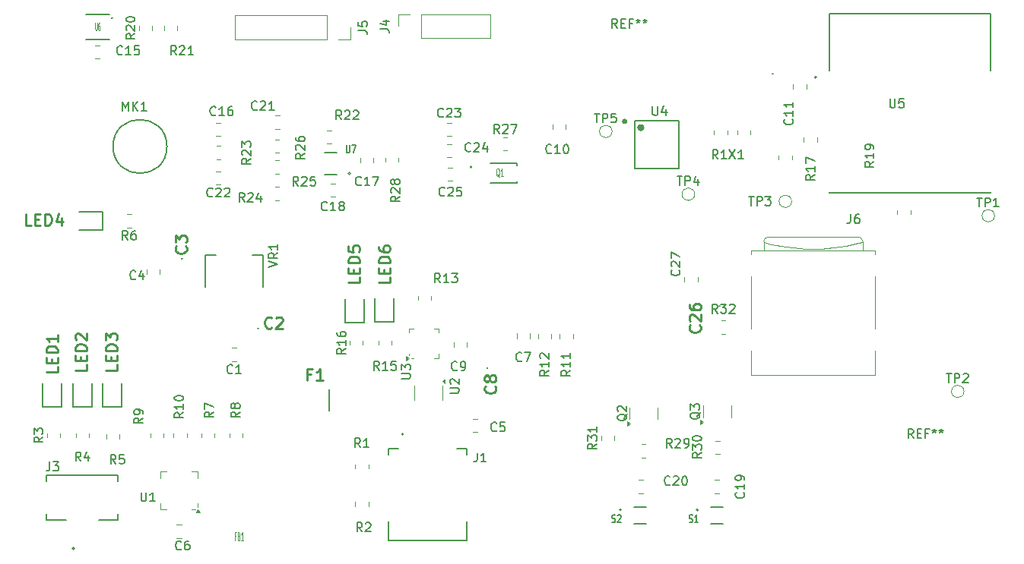
<source format=gto>
%TF.GenerationSoftware,KiCad,Pcbnew,9.0.2*%
%TF.CreationDate,2025-07-21T02:07:20+05:30*%
%TF.ProjectId,2,322e6b69-6361-4645-9f70-636258585858,rev?*%
%TF.SameCoordinates,Original*%
%TF.FileFunction,Legend,Top*%
%TF.FilePolarity,Positive*%
%FSLAX46Y46*%
G04 Gerber Fmt 4.6, Leading zero omitted, Abs format (unit mm)*
G04 Created by KiCad (PCBNEW 9.0.2) date 2025-07-21 02:07:20*
%MOMM*%
%LPD*%
G01*
G04 APERTURE LIST*
%ADD10C,0.150000*%
%ADD11C,0.098425*%
%ADD12C,0.254000*%
%ADD13C,0.120176*%
%ADD14C,0.080430*%
%ADD15C,0.127000*%
%ADD16C,0.200000*%
%ADD17C,0.120000*%
%ADD18C,0.203200*%
%ADD19C,0.152400*%
G04 APERTURE END LIST*
D10*
X58066666Y-99654819D02*
X58066666Y-100369104D01*
X58066666Y-100369104D02*
X58019047Y-100511961D01*
X58019047Y-100511961D02*
X57923809Y-100607200D01*
X57923809Y-100607200D02*
X57780952Y-100654819D01*
X57780952Y-100654819D02*
X57685714Y-100654819D01*
X58447619Y-99654819D02*
X59066666Y-99654819D01*
X59066666Y-99654819D02*
X58733333Y-100035771D01*
X58733333Y-100035771D02*
X58876190Y-100035771D01*
X58876190Y-100035771D02*
X58971428Y-100083390D01*
X58971428Y-100083390D02*
X59019047Y-100131009D01*
X59019047Y-100131009D02*
X59066666Y-100226247D01*
X59066666Y-100226247D02*
X59066666Y-100464342D01*
X59066666Y-100464342D02*
X59019047Y-100559580D01*
X59019047Y-100559580D02*
X58971428Y-100607200D01*
X58971428Y-100607200D02*
X58876190Y-100654819D01*
X58876190Y-100654819D02*
X58590476Y-100654819D01*
X58590476Y-100654819D02*
X58495238Y-100607200D01*
X58495238Y-100607200D02*
X58447619Y-100559580D01*
X121266666Y-51254819D02*
X120933333Y-50778628D01*
X120695238Y-51254819D02*
X120695238Y-50254819D01*
X120695238Y-50254819D02*
X121076190Y-50254819D01*
X121076190Y-50254819D02*
X121171428Y-50302438D01*
X121171428Y-50302438D02*
X121219047Y-50350057D01*
X121219047Y-50350057D02*
X121266666Y-50445295D01*
X121266666Y-50445295D02*
X121266666Y-50588152D01*
X121266666Y-50588152D02*
X121219047Y-50683390D01*
X121219047Y-50683390D02*
X121171428Y-50731009D01*
X121171428Y-50731009D02*
X121076190Y-50778628D01*
X121076190Y-50778628D02*
X120695238Y-50778628D01*
X121695238Y-50731009D02*
X122028571Y-50731009D01*
X122171428Y-51254819D02*
X121695238Y-51254819D01*
X121695238Y-51254819D02*
X121695238Y-50254819D01*
X121695238Y-50254819D02*
X122171428Y-50254819D01*
X122933333Y-50731009D02*
X122600000Y-50731009D01*
X122600000Y-51254819D02*
X122600000Y-50254819D01*
X122600000Y-50254819D02*
X123076190Y-50254819D01*
X123600000Y-50254819D02*
X123600000Y-50492914D01*
X123361905Y-50397676D02*
X123600000Y-50492914D01*
X123600000Y-50492914D02*
X123838095Y-50397676D01*
X123457143Y-50683390D02*
X123600000Y-50492914D01*
X123600000Y-50492914D02*
X123742857Y-50683390D01*
X124361905Y-50254819D02*
X124361905Y-50492914D01*
X124123810Y-50397676D02*
X124361905Y-50492914D01*
X124361905Y-50492914D02*
X124600000Y-50397676D01*
X124219048Y-50683390D02*
X124361905Y-50492914D01*
X124361905Y-50492914D02*
X124504762Y-50683390D01*
X154266666Y-97004819D02*
X153933333Y-96528628D01*
X153695238Y-97004819D02*
X153695238Y-96004819D01*
X153695238Y-96004819D02*
X154076190Y-96004819D01*
X154076190Y-96004819D02*
X154171428Y-96052438D01*
X154171428Y-96052438D02*
X154219047Y-96100057D01*
X154219047Y-96100057D02*
X154266666Y-96195295D01*
X154266666Y-96195295D02*
X154266666Y-96338152D01*
X154266666Y-96338152D02*
X154219047Y-96433390D01*
X154219047Y-96433390D02*
X154171428Y-96481009D01*
X154171428Y-96481009D02*
X154076190Y-96528628D01*
X154076190Y-96528628D02*
X153695238Y-96528628D01*
X154695238Y-96481009D02*
X155028571Y-96481009D01*
X155171428Y-97004819D02*
X154695238Y-97004819D01*
X154695238Y-97004819D02*
X154695238Y-96004819D01*
X154695238Y-96004819D02*
X155171428Y-96004819D01*
X155933333Y-96481009D02*
X155600000Y-96481009D01*
X155600000Y-97004819D02*
X155600000Y-96004819D01*
X155600000Y-96004819D02*
X156076190Y-96004819D01*
X156600000Y-96004819D02*
X156600000Y-96242914D01*
X156361905Y-96147676D02*
X156600000Y-96242914D01*
X156600000Y-96242914D02*
X156838095Y-96147676D01*
X156457143Y-96433390D02*
X156600000Y-96242914D01*
X156600000Y-96242914D02*
X156742857Y-96433390D01*
X157361905Y-96004819D02*
X157361905Y-96242914D01*
X157123810Y-96147676D02*
X157361905Y-96242914D01*
X157361905Y-96242914D02*
X157600000Y-96147676D01*
X157219048Y-96433390D02*
X157361905Y-96242914D01*
X157361905Y-96242914D02*
X157504762Y-96433390D01*
X105666666Y-98654819D02*
X105666666Y-99369104D01*
X105666666Y-99369104D02*
X105619047Y-99511961D01*
X105619047Y-99511961D02*
X105523809Y-99607200D01*
X105523809Y-99607200D02*
X105380952Y-99654819D01*
X105380952Y-99654819D02*
X105285714Y-99654819D01*
X106666666Y-99654819D02*
X106095238Y-99654819D01*
X106380952Y-99654819D02*
X106380952Y-98654819D01*
X106380952Y-98654819D02*
X106285714Y-98797676D01*
X106285714Y-98797676D02*
X106190476Y-98892914D01*
X106190476Y-98892914D02*
X106095238Y-98940533D01*
X102654819Y-91961904D02*
X103464342Y-91961904D01*
X103464342Y-91961904D02*
X103559580Y-91914285D01*
X103559580Y-91914285D02*
X103607200Y-91866666D01*
X103607200Y-91866666D02*
X103654819Y-91771428D01*
X103654819Y-91771428D02*
X103654819Y-91580952D01*
X103654819Y-91580952D02*
X103607200Y-91485714D01*
X103607200Y-91485714D02*
X103559580Y-91438095D01*
X103559580Y-91438095D02*
X103464342Y-91390476D01*
X103464342Y-91390476D02*
X102654819Y-91390476D01*
X102750057Y-90961904D02*
X102702438Y-90914285D01*
X102702438Y-90914285D02*
X102654819Y-90819047D01*
X102654819Y-90819047D02*
X102654819Y-90580952D01*
X102654819Y-90580952D02*
X102702438Y-90485714D01*
X102702438Y-90485714D02*
X102750057Y-90438095D01*
X102750057Y-90438095D02*
X102845295Y-90390476D01*
X102845295Y-90390476D02*
X102940533Y-90390476D01*
X102940533Y-90390476D02*
X103083390Y-90438095D01*
X103083390Y-90438095D02*
X103654819Y-91009523D01*
X103654819Y-91009523D02*
X103654819Y-90390476D01*
X97254819Y-90361904D02*
X98064342Y-90361904D01*
X98064342Y-90361904D02*
X98159580Y-90314285D01*
X98159580Y-90314285D02*
X98207200Y-90266666D01*
X98207200Y-90266666D02*
X98254819Y-90171428D01*
X98254819Y-90171428D02*
X98254819Y-89980952D01*
X98254819Y-89980952D02*
X98207200Y-89885714D01*
X98207200Y-89885714D02*
X98159580Y-89838095D01*
X98159580Y-89838095D02*
X98064342Y-89790476D01*
X98064342Y-89790476D02*
X97254819Y-89790476D01*
X97254819Y-89409523D02*
X97254819Y-88790476D01*
X97254819Y-88790476D02*
X97635771Y-89123809D01*
X97635771Y-89123809D02*
X97635771Y-88980952D01*
X97635771Y-88980952D02*
X97683390Y-88885714D01*
X97683390Y-88885714D02*
X97731009Y-88838095D01*
X97731009Y-88838095D02*
X97826247Y-88790476D01*
X97826247Y-88790476D02*
X98064342Y-88790476D01*
X98064342Y-88790476D02*
X98159580Y-88838095D01*
X98159580Y-88838095D02*
X98207200Y-88885714D01*
X98207200Y-88885714D02*
X98254819Y-88980952D01*
X98254819Y-88980952D02*
X98254819Y-89266666D01*
X98254819Y-89266666D02*
X98207200Y-89361904D01*
X98207200Y-89361904D02*
X98159580Y-89409523D01*
X147266666Y-72054819D02*
X147266666Y-72769104D01*
X147266666Y-72769104D02*
X147219047Y-72911961D01*
X147219047Y-72911961D02*
X147123809Y-73007200D01*
X147123809Y-73007200D02*
X146980952Y-73054819D01*
X146980952Y-73054819D02*
X146885714Y-73054819D01*
X148171428Y-72054819D02*
X147980952Y-72054819D01*
X147980952Y-72054819D02*
X147885714Y-72102438D01*
X147885714Y-72102438D02*
X147838095Y-72150057D01*
X147838095Y-72150057D02*
X147742857Y-72292914D01*
X147742857Y-72292914D02*
X147695238Y-72483390D01*
X147695238Y-72483390D02*
X147695238Y-72864342D01*
X147695238Y-72864342D02*
X147742857Y-72959580D01*
X147742857Y-72959580D02*
X147790476Y-73007200D01*
X147790476Y-73007200D02*
X147885714Y-73054819D01*
X147885714Y-73054819D02*
X148076190Y-73054819D01*
X148076190Y-73054819D02*
X148171428Y-73007200D01*
X148171428Y-73007200D02*
X148219047Y-72959580D01*
X148219047Y-72959580D02*
X148266666Y-72864342D01*
X148266666Y-72864342D02*
X148266666Y-72626247D01*
X148266666Y-72626247D02*
X148219047Y-72531009D01*
X148219047Y-72531009D02*
X148171428Y-72483390D01*
X148171428Y-72483390D02*
X148076190Y-72435771D01*
X148076190Y-72435771D02*
X147885714Y-72435771D01*
X147885714Y-72435771D02*
X147790476Y-72483390D01*
X147790476Y-72483390D02*
X147742857Y-72531009D01*
X147742857Y-72531009D02*
X147695238Y-72626247D01*
X132480952Y-65854819D02*
X132147619Y-65378628D01*
X131909524Y-65854819D02*
X131909524Y-64854819D01*
X131909524Y-64854819D02*
X132290476Y-64854819D01*
X132290476Y-64854819D02*
X132385714Y-64902438D01*
X132385714Y-64902438D02*
X132433333Y-64950057D01*
X132433333Y-64950057D02*
X132480952Y-65045295D01*
X132480952Y-65045295D02*
X132480952Y-65188152D01*
X132480952Y-65188152D02*
X132433333Y-65283390D01*
X132433333Y-65283390D02*
X132385714Y-65331009D01*
X132385714Y-65331009D02*
X132290476Y-65378628D01*
X132290476Y-65378628D02*
X131909524Y-65378628D01*
X133433333Y-65854819D02*
X132861905Y-65854819D01*
X133147619Y-65854819D02*
X133147619Y-64854819D01*
X133147619Y-64854819D02*
X133052381Y-64997676D01*
X133052381Y-64997676D02*
X132957143Y-65092914D01*
X132957143Y-65092914D02*
X132861905Y-65140533D01*
X133766667Y-64854819D02*
X134433333Y-65854819D01*
X134433333Y-64854819D02*
X133766667Y-65854819D01*
X135338095Y-65854819D02*
X134766667Y-65854819D01*
X135052381Y-65854819D02*
X135052381Y-64854819D01*
X135052381Y-64854819D02*
X134957143Y-64997676D01*
X134957143Y-64997676D02*
X134861905Y-65092914D01*
X134861905Y-65092914D02*
X134766667Y-65140533D01*
X68238095Y-103054819D02*
X68238095Y-103864342D01*
X68238095Y-103864342D02*
X68285714Y-103959580D01*
X68285714Y-103959580D02*
X68333333Y-104007200D01*
X68333333Y-104007200D02*
X68428571Y-104054819D01*
X68428571Y-104054819D02*
X68619047Y-104054819D01*
X68619047Y-104054819D02*
X68714285Y-104007200D01*
X68714285Y-104007200D02*
X68761904Y-103959580D01*
X68761904Y-103959580D02*
X68809523Y-103864342D01*
X68809523Y-103864342D02*
X68809523Y-103054819D01*
X69809523Y-104054819D02*
X69238095Y-104054819D01*
X69523809Y-104054819D02*
X69523809Y-103054819D01*
X69523809Y-103054819D02*
X69428571Y-103197676D01*
X69428571Y-103197676D02*
X69333333Y-103292914D01*
X69333333Y-103292914D02*
X69238095Y-103340533D01*
X72708333Y-109377080D02*
X72660714Y-109424700D01*
X72660714Y-109424700D02*
X72517857Y-109472319D01*
X72517857Y-109472319D02*
X72422619Y-109472319D01*
X72422619Y-109472319D02*
X72279762Y-109424700D01*
X72279762Y-109424700D02*
X72184524Y-109329461D01*
X72184524Y-109329461D02*
X72136905Y-109234223D01*
X72136905Y-109234223D02*
X72089286Y-109043747D01*
X72089286Y-109043747D02*
X72089286Y-108900890D01*
X72089286Y-108900890D02*
X72136905Y-108710414D01*
X72136905Y-108710414D02*
X72184524Y-108615176D01*
X72184524Y-108615176D02*
X72279762Y-108519938D01*
X72279762Y-108519938D02*
X72422619Y-108472319D01*
X72422619Y-108472319D02*
X72517857Y-108472319D01*
X72517857Y-108472319D02*
X72660714Y-108519938D01*
X72660714Y-108519938D02*
X72708333Y-108567557D01*
X73565476Y-108472319D02*
X73375000Y-108472319D01*
X73375000Y-108472319D02*
X73279762Y-108519938D01*
X73279762Y-108519938D02*
X73232143Y-108567557D01*
X73232143Y-108567557D02*
X73136905Y-108710414D01*
X73136905Y-108710414D02*
X73089286Y-108900890D01*
X73089286Y-108900890D02*
X73089286Y-109281842D01*
X73089286Y-109281842D02*
X73136905Y-109377080D01*
X73136905Y-109377080D02*
X73184524Y-109424700D01*
X73184524Y-109424700D02*
X73279762Y-109472319D01*
X73279762Y-109472319D02*
X73470238Y-109472319D01*
X73470238Y-109472319D02*
X73565476Y-109424700D01*
X73565476Y-109424700D02*
X73613095Y-109377080D01*
X73613095Y-109377080D02*
X73660714Y-109281842D01*
X73660714Y-109281842D02*
X73660714Y-109043747D01*
X73660714Y-109043747D02*
X73613095Y-108948509D01*
X73613095Y-108948509D02*
X73565476Y-108900890D01*
X73565476Y-108900890D02*
X73470238Y-108853271D01*
X73470238Y-108853271D02*
X73279762Y-108853271D01*
X73279762Y-108853271D02*
X73184524Y-108900890D01*
X73184524Y-108900890D02*
X73136905Y-108948509D01*
X73136905Y-108948509D02*
X73089286Y-109043747D01*
D11*
X78806916Y-107939809D02*
X78675682Y-107939809D01*
X78675682Y-108411238D02*
X78675682Y-107511238D01*
X78675682Y-107511238D02*
X78863159Y-107511238D01*
X79144374Y-107939809D02*
X79200617Y-107982666D01*
X79200617Y-107982666D02*
X79219364Y-108025523D01*
X79219364Y-108025523D02*
X79238112Y-108111238D01*
X79238112Y-108111238D02*
X79238112Y-108239809D01*
X79238112Y-108239809D02*
X79219364Y-108325523D01*
X79219364Y-108325523D02*
X79200617Y-108368381D01*
X79200617Y-108368381D02*
X79163121Y-108411238D01*
X79163121Y-108411238D02*
X79013140Y-108411238D01*
X79013140Y-108411238D02*
X79013140Y-107511238D01*
X79013140Y-107511238D02*
X79144374Y-107511238D01*
X79144374Y-107511238D02*
X79181869Y-107554095D01*
X79181869Y-107554095D02*
X79200617Y-107596952D01*
X79200617Y-107596952D02*
X79219364Y-107682666D01*
X79219364Y-107682666D02*
X79219364Y-107768381D01*
X79219364Y-107768381D02*
X79200617Y-107854095D01*
X79200617Y-107854095D02*
X79181869Y-107896952D01*
X79181869Y-107896952D02*
X79144374Y-107939809D01*
X79144374Y-107939809D02*
X79013140Y-107939809D01*
X79613065Y-108411238D02*
X79388093Y-108411238D01*
X79500579Y-108411238D02*
X79500579Y-107511238D01*
X79500579Y-107511238D02*
X79463084Y-107639809D01*
X79463084Y-107639809D02*
X79425589Y-107725523D01*
X79425589Y-107725523D02*
X79388093Y-107768381D01*
D12*
X107653365Y-91211666D02*
X107713842Y-91272142D01*
X107713842Y-91272142D02*
X107774318Y-91453571D01*
X107774318Y-91453571D02*
X107774318Y-91574523D01*
X107774318Y-91574523D02*
X107713842Y-91755952D01*
X107713842Y-91755952D02*
X107592889Y-91876904D01*
X107592889Y-91876904D02*
X107471937Y-91937381D01*
X107471937Y-91937381D02*
X107230032Y-91997857D01*
X107230032Y-91997857D02*
X107048603Y-91997857D01*
X107048603Y-91997857D02*
X106806699Y-91937381D01*
X106806699Y-91937381D02*
X106685746Y-91876904D01*
X106685746Y-91876904D02*
X106564794Y-91755952D01*
X106564794Y-91755952D02*
X106504318Y-91574523D01*
X106504318Y-91574523D02*
X106504318Y-91453571D01*
X106504318Y-91453571D02*
X106564794Y-91272142D01*
X106564794Y-91272142D02*
X106625270Y-91211666D01*
X107048603Y-90485952D02*
X106988127Y-90606904D01*
X106988127Y-90606904D02*
X106927651Y-90667381D01*
X106927651Y-90667381D02*
X106806699Y-90727857D01*
X106806699Y-90727857D02*
X106746222Y-90727857D01*
X106746222Y-90727857D02*
X106625270Y-90667381D01*
X106625270Y-90667381D02*
X106564794Y-90606904D01*
X106564794Y-90606904D02*
X106504318Y-90485952D01*
X106504318Y-90485952D02*
X106504318Y-90244047D01*
X106504318Y-90244047D02*
X106564794Y-90123095D01*
X106564794Y-90123095D02*
X106625270Y-90062619D01*
X106625270Y-90062619D02*
X106746222Y-90002142D01*
X106746222Y-90002142D02*
X106806699Y-90002142D01*
X106806699Y-90002142D02*
X106927651Y-90062619D01*
X106927651Y-90062619D02*
X106988127Y-90123095D01*
X106988127Y-90123095D02*
X107048603Y-90244047D01*
X107048603Y-90244047D02*
X107048603Y-90485952D01*
X107048603Y-90485952D02*
X107109080Y-90606904D01*
X107109080Y-90606904D02*
X107169556Y-90667381D01*
X107169556Y-90667381D02*
X107290508Y-90727857D01*
X107290508Y-90727857D02*
X107532413Y-90727857D01*
X107532413Y-90727857D02*
X107653365Y-90667381D01*
X107653365Y-90667381D02*
X107713842Y-90606904D01*
X107713842Y-90606904D02*
X107774318Y-90485952D01*
X107774318Y-90485952D02*
X107774318Y-90244047D01*
X107774318Y-90244047D02*
X107713842Y-90123095D01*
X107713842Y-90123095D02*
X107653365Y-90062619D01*
X107653365Y-90062619D02*
X107532413Y-90002142D01*
X107532413Y-90002142D02*
X107290508Y-90002142D01*
X107290508Y-90002142D02*
X107169556Y-90062619D01*
X107169556Y-90062619D02*
X107109080Y-90123095D01*
X107109080Y-90123095D02*
X107048603Y-90244047D01*
D10*
X92660833Y-98027319D02*
X92327500Y-97551128D01*
X92089405Y-98027319D02*
X92089405Y-97027319D01*
X92089405Y-97027319D02*
X92470357Y-97027319D01*
X92470357Y-97027319D02*
X92565595Y-97074938D01*
X92565595Y-97074938D02*
X92613214Y-97122557D01*
X92613214Y-97122557D02*
X92660833Y-97217795D01*
X92660833Y-97217795D02*
X92660833Y-97360652D01*
X92660833Y-97360652D02*
X92613214Y-97455890D01*
X92613214Y-97455890D02*
X92565595Y-97503509D01*
X92565595Y-97503509D02*
X92470357Y-97551128D01*
X92470357Y-97551128D02*
X92089405Y-97551128D01*
X93613214Y-98027319D02*
X93041786Y-98027319D01*
X93327500Y-98027319D02*
X93327500Y-97027319D01*
X93327500Y-97027319D02*
X93232262Y-97170176D01*
X93232262Y-97170176D02*
X93137024Y-97265414D01*
X93137024Y-97265414D02*
X93041786Y-97313033D01*
X129294880Y-106365801D02*
X129386309Y-106405801D01*
X129386309Y-106405801D02*
X129538690Y-106405801D01*
X129538690Y-106405801D02*
X129599642Y-106365801D01*
X129599642Y-106365801D02*
X129630118Y-106325801D01*
X129630118Y-106325801D02*
X129660595Y-106245801D01*
X129660595Y-106245801D02*
X129660595Y-106165801D01*
X129660595Y-106165801D02*
X129630118Y-106085801D01*
X129630118Y-106085801D02*
X129599642Y-106045801D01*
X129599642Y-106045801D02*
X129538690Y-106005801D01*
X129538690Y-106005801D02*
X129416785Y-105965801D01*
X129416785Y-105965801D02*
X129355833Y-105925801D01*
X129355833Y-105925801D02*
X129325356Y-105885801D01*
X129325356Y-105885801D02*
X129294880Y-105805801D01*
X129294880Y-105805801D02*
X129294880Y-105725801D01*
X129294880Y-105725801D02*
X129325356Y-105645801D01*
X129325356Y-105645801D02*
X129355833Y-105605801D01*
X129355833Y-105605801D02*
X129416785Y-105565801D01*
X129416785Y-105565801D02*
X129569166Y-105565801D01*
X129569166Y-105565801D02*
X129660595Y-105605801D01*
X130270119Y-106405801D02*
X129904404Y-106405801D01*
X130087261Y-106405801D02*
X130087261Y-105565801D01*
X130087261Y-105565801D02*
X130026309Y-105685801D01*
X130026309Y-105685801D02*
X129965357Y-105765801D01*
X129965357Y-105765801D02*
X129904404Y-105805801D01*
X118738095Y-60806819D02*
X119309523Y-60806819D01*
X119023809Y-61806819D02*
X119023809Y-60806819D01*
X119642857Y-61806819D02*
X119642857Y-60806819D01*
X119642857Y-60806819D02*
X120023809Y-60806819D01*
X120023809Y-60806819D02*
X120119047Y-60854438D01*
X120119047Y-60854438D02*
X120166666Y-60902057D01*
X120166666Y-60902057D02*
X120214285Y-60997295D01*
X120214285Y-60997295D02*
X120214285Y-61140152D01*
X120214285Y-61140152D02*
X120166666Y-61235390D01*
X120166666Y-61235390D02*
X120119047Y-61283009D01*
X120119047Y-61283009D02*
X120023809Y-61330628D01*
X120023809Y-61330628D02*
X119642857Y-61330628D01*
X121119047Y-60806819D02*
X120642857Y-60806819D01*
X120642857Y-60806819D02*
X120595238Y-61283009D01*
X120595238Y-61283009D02*
X120642857Y-61235390D01*
X120642857Y-61235390D02*
X120738095Y-61187771D01*
X120738095Y-61187771D02*
X120976190Y-61187771D01*
X120976190Y-61187771D02*
X121071428Y-61235390D01*
X121071428Y-61235390D02*
X121119047Y-61283009D01*
X121119047Y-61283009D02*
X121166666Y-61378247D01*
X121166666Y-61378247D02*
X121166666Y-61616342D01*
X121166666Y-61616342D02*
X121119047Y-61711580D01*
X121119047Y-61711580D02*
X121071428Y-61759200D01*
X121071428Y-61759200D02*
X120976190Y-61806819D01*
X120976190Y-61806819D02*
X120738095Y-61806819D01*
X120738095Y-61806819D02*
X120642857Y-61759200D01*
X120642857Y-61759200D02*
X120595238Y-61711580D01*
X113654819Y-89442857D02*
X113178628Y-89776190D01*
X113654819Y-90014285D02*
X112654819Y-90014285D01*
X112654819Y-90014285D02*
X112654819Y-89633333D01*
X112654819Y-89633333D02*
X112702438Y-89538095D01*
X112702438Y-89538095D02*
X112750057Y-89490476D01*
X112750057Y-89490476D02*
X112845295Y-89442857D01*
X112845295Y-89442857D02*
X112988152Y-89442857D01*
X112988152Y-89442857D02*
X113083390Y-89490476D01*
X113083390Y-89490476D02*
X113131009Y-89538095D01*
X113131009Y-89538095D02*
X113178628Y-89633333D01*
X113178628Y-89633333D02*
X113178628Y-90014285D01*
X113654819Y-88490476D02*
X113654819Y-89061904D01*
X113654819Y-88776190D02*
X112654819Y-88776190D01*
X112654819Y-88776190D02*
X112797676Y-88871428D01*
X112797676Y-88871428D02*
X112892914Y-88966666D01*
X112892914Y-88966666D02*
X112940533Y-89061904D01*
X112750057Y-88109523D02*
X112702438Y-88061904D01*
X112702438Y-88061904D02*
X112654819Y-87966666D01*
X112654819Y-87966666D02*
X112654819Y-87728571D01*
X112654819Y-87728571D02*
X112702438Y-87633333D01*
X112702438Y-87633333D02*
X112750057Y-87585714D01*
X112750057Y-87585714D02*
X112845295Y-87538095D01*
X112845295Y-87538095D02*
X112940533Y-87538095D01*
X112940533Y-87538095D02*
X113083390Y-87585714D01*
X113083390Y-87585714D02*
X113654819Y-88157142D01*
X113654819Y-88157142D02*
X113654819Y-87538095D01*
X79254819Y-94079166D02*
X78778628Y-94412499D01*
X79254819Y-94650594D02*
X78254819Y-94650594D01*
X78254819Y-94650594D02*
X78254819Y-94269642D01*
X78254819Y-94269642D02*
X78302438Y-94174404D01*
X78302438Y-94174404D02*
X78350057Y-94126785D01*
X78350057Y-94126785D02*
X78445295Y-94079166D01*
X78445295Y-94079166D02*
X78588152Y-94079166D01*
X78588152Y-94079166D02*
X78683390Y-94126785D01*
X78683390Y-94126785D02*
X78731009Y-94174404D01*
X78731009Y-94174404D02*
X78778628Y-94269642D01*
X78778628Y-94269642D02*
X78778628Y-94650594D01*
X78683390Y-93507737D02*
X78635771Y-93602975D01*
X78635771Y-93602975D02*
X78588152Y-93650594D01*
X78588152Y-93650594D02*
X78492914Y-93698213D01*
X78492914Y-93698213D02*
X78445295Y-93698213D01*
X78445295Y-93698213D02*
X78350057Y-93650594D01*
X78350057Y-93650594D02*
X78302438Y-93602975D01*
X78302438Y-93602975D02*
X78254819Y-93507737D01*
X78254819Y-93507737D02*
X78254819Y-93317261D01*
X78254819Y-93317261D02*
X78302438Y-93222023D01*
X78302438Y-93222023D02*
X78350057Y-93174404D01*
X78350057Y-93174404D02*
X78445295Y-93126785D01*
X78445295Y-93126785D02*
X78492914Y-93126785D01*
X78492914Y-93126785D02*
X78588152Y-93174404D01*
X78588152Y-93174404D02*
X78635771Y-93222023D01*
X78635771Y-93222023D02*
X78683390Y-93317261D01*
X78683390Y-93317261D02*
X78683390Y-93507737D01*
X78683390Y-93507737D02*
X78731009Y-93602975D01*
X78731009Y-93602975D02*
X78778628Y-93650594D01*
X78778628Y-93650594D02*
X78873866Y-93698213D01*
X78873866Y-93698213D02*
X79064342Y-93698213D01*
X79064342Y-93698213D02*
X79159580Y-93650594D01*
X79159580Y-93650594D02*
X79207200Y-93602975D01*
X79207200Y-93602975D02*
X79254819Y-93507737D01*
X79254819Y-93507737D02*
X79254819Y-93317261D01*
X79254819Y-93317261D02*
X79207200Y-93222023D01*
X79207200Y-93222023D02*
X79159580Y-93174404D01*
X79159580Y-93174404D02*
X79064342Y-93126785D01*
X79064342Y-93126785D02*
X78873866Y-93126785D01*
X78873866Y-93126785D02*
X78778628Y-93174404D01*
X78778628Y-93174404D02*
X78731009Y-93222023D01*
X78731009Y-93222023D02*
X78683390Y-93317261D01*
X85757142Y-68854819D02*
X85423809Y-68378628D01*
X85185714Y-68854819D02*
X85185714Y-67854819D01*
X85185714Y-67854819D02*
X85566666Y-67854819D01*
X85566666Y-67854819D02*
X85661904Y-67902438D01*
X85661904Y-67902438D02*
X85709523Y-67950057D01*
X85709523Y-67950057D02*
X85757142Y-68045295D01*
X85757142Y-68045295D02*
X85757142Y-68188152D01*
X85757142Y-68188152D02*
X85709523Y-68283390D01*
X85709523Y-68283390D02*
X85661904Y-68331009D01*
X85661904Y-68331009D02*
X85566666Y-68378628D01*
X85566666Y-68378628D02*
X85185714Y-68378628D01*
X86138095Y-67950057D02*
X86185714Y-67902438D01*
X86185714Y-67902438D02*
X86280952Y-67854819D01*
X86280952Y-67854819D02*
X86519047Y-67854819D01*
X86519047Y-67854819D02*
X86614285Y-67902438D01*
X86614285Y-67902438D02*
X86661904Y-67950057D01*
X86661904Y-67950057D02*
X86709523Y-68045295D01*
X86709523Y-68045295D02*
X86709523Y-68140533D01*
X86709523Y-68140533D02*
X86661904Y-68283390D01*
X86661904Y-68283390D02*
X86090476Y-68854819D01*
X86090476Y-68854819D02*
X86709523Y-68854819D01*
X87614285Y-67854819D02*
X87138095Y-67854819D01*
X87138095Y-67854819D02*
X87090476Y-68331009D01*
X87090476Y-68331009D02*
X87138095Y-68283390D01*
X87138095Y-68283390D02*
X87233333Y-68235771D01*
X87233333Y-68235771D02*
X87471428Y-68235771D01*
X87471428Y-68235771D02*
X87566666Y-68283390D01*
X87566666Y-68283390D02*
X87614285Y-68331009D01*
X87614285Y-68331009D02*
X87661904Y-68426247D01*
X87661904Y-68426247D02*
X87661904Y-68664342D01*
X87661904Y-68664342D02*
X87614285Y-68759580D01*
X87614285Y-68759580D02*
X87566666Y-68807200D01*
X87566666Y-68807200D02*
X87471428Y-68854819D01*
X87471428Y-68854819D02*
X87233333Y-68854819D01*
X87233333Y-68854819D02*
X87138095Y-68807200D01*
X87138095Y-68807200D02*
X87090476Y-68759580D01*
X128159580Y-78242857D02*
X128207200Y-78290476D01*
X128207200Y-78290476D02*
X128254819Y-78433333D01*
X128254819Y-78433333D02*
X128254819Y-78528571D01*
X128254819Y-78528571D02*
X128207200Y-78671428D01*
X128207200Y-78671428D02*
X128111961Y-78766666D01*
X128111961Y-78766666D02*
X128016723Y-78814285D01*
X128016723Y-78814285D02*
X127826247Y-78861904D01*
X127826247Y-78861904D02*
X127683390Y-78861904D01*
X127683390Y-78861904D02*
X127492914Y-78814285D01*
X127492914Y-78814285D02*
X127397676Y-78766666D01*
X127397676Y-78766666D02*
X127302438Y-78671428D01*
X127302438Y-78671428D02*
X127254819Y-78528571D01*
X127254819Y-78528571D02*
X127254819Y-78433333D01*
X127254819Y-78433333D02*
X127302438Y-78290476D01*
X127302438Y-78290476D02*
X127350057Y-78242857D01*
X127350057Y-77861904D02*
X127302438Y-77814285D01*
X127302438Y-77814285D02*
X127254819Y-77719047D01*
X127254819Y-77719047D02*
X127254819Y-77480952D01*
X127254819Y-77480952D02*
X127302438Y-77385714D01*
X127302438Y-77385714D02*
X127350057Y-77338095D01*
X127350057Y-77338095D02*
X127445295Y-77290476D01*
X127445295Y-77290476D02*
X127540533Y-77290476D01*
X127540533Y-77290476D02*
X127683390Y-77338095D01*
X127683390Y-77338095D02*
X128254819Y-77909523D01*
X128254819Y-77909523D02*
X128254819Y-77290476D01*
X127254819Y-76957142D02*
X127254819Y-76290476D01*
X127254819Y-76290476D02*
X128254819Y-76719047D01*
X66745833Y-74877319D02*
X66412500Y-74401128D01*
X66174405Y-74877319D02*
X66174405Y-73877319D01*
X66174405Y-73877319D02*
X66555357Y-73877319D01*
X66555357Y-73877319D02*
X66650595Y-73924938D01*
X66650595Y-73924938D02*
X66698214Y-73972557D01*
X66698214Y-73972557D02*
X66745833Y-74067795D01*
X66745833Y-74067795D02*
X66745833Y-74210652D01*
X66745833Y-74210652D02*
X66698214Y-74305890D01*
X66698214Y-74305890D02*
X66650595Y-74353509D01*
X66650595Y-74353509D02*
X66555357Y-74401128D01*
X66555357Y-74401128D02*
X66174405Y-74401128D01*
X67602976Y-73877319D02*
X67412500Y-73877319D01*
X67412500Y-73877319D02*
X67317262Y-73924938D01*
X67317262Y-73924938D02*
X67269643Y-73972557D01*
X67269643Y-73972557D02*
X67174405Y-74115414D01*
X67174405Y-74115414D02*
X67126786Y-74305890D01*
X67126786Y-74305890D02*
X67126786Y-74686842D01*
X67126786Y-74686842D02*
X67174405Y-74782080D01*
X67174405Y-74782080D02*
X67222024Y-74829700D01*
X67222024Y-74829700D02*
X67317262Y-74877319D01*
X67317262Y-74877319D02*
X67507738Y-74877319D01*
X67507738Y-74877319D02*
X67602976Y-74829700D01*
X67602976Y-74829700D02*
X67650595Y-74782080D01*
X67650595Y-74782080D02*
X67698214Y-74686842D01*
X67698214Y-74686842D02*
X67698214Y-74448747D01*
X67698214Y-74448747D02*
X67650595Y-74353509D01*
X67650595Y-74353509D02*
X67602976Y-74305890D01*
X67602976Y-74305890D02*
X67507738Y-74258271D01*
X67507738Y-74258271D02*
X67317262Y-74258271D01*
X67317262Y-74258271D02*
X67222024Y-74305890D01*
X67222024Y-74305890D02*
X67174405Y-74353509D01*
X67174405Y-74353509D02*
X67126786Y-74448747D01*
X76557142Y-60932080D02*
X76509523Y-60979700D01*
X76509523Y-60979700D02*
X76366666Y-61027319D01*
X76366666Y-61027319D02*
X76271428Y-61027319D01*
X76271428Y-61027319D02*
X76128571Y-60979700D01*
X76128571Y-60979700D02*
X76033333Y-60884461D01*
X76033333Y-60884461D02*
X75985714Y-60789223D01*
X75985714Y-60789223D02*
X75938095Y-60598747D01*
X75938095Y-60598747D02*
X75938095Y-60455890D01*
X75938095Y-60455890D02*
X75985714Y-60265414D01*
X75985714Y-60265414D02*
X76033333Y-60170176D01*
X76033333Y-60170176D02*
X76128571Y-60074938D01*
X76128571Y-60074938D02*
X76271428Y-60027319D01*
X76271428Y-60027319D02*
X76366666Y-60027319D01*
X76366666Y-60027319D02*
X76509523Y-60074938D01*
X76509523Y-60074938D02*
X76557142Y-60122557D01*
X77509523Y-61027319D02*
X76938095Y-61027319D01*
X77223809Y-61027319D02*
X77223809Y-60027319D01*
X77223809Y-60027319D02*
X77128571Y-60170176D01*
X77128571Y-60170176D02*
X77033333Y-60265414D01*
X77033333Y-60265414D02*
X76938095Y-60313033D01*
X78366666Y-60027319D02*
X78176190Y-60027319D01*
X78176190Y-60027319D02*
X78080952Y-60074938D01*
X78080952Y-60074938D02*
X78033333Y-60122557D01*
X78033333Y-60122557D02*
X77938095Y-60265414D01*
X77938095Y-60265414D02*
X77890476Y-60455890D01*
X77890476Y-60455890D02*
X77890476Y-60836842D01*
X77890476Y-60836842D02*
X77938095Y-60932080D01*
X77938095Y-60932080D02*
X77985714Y-60979700D01*
X77985714Y-60979700D02*
X78080952Y-61027319D01*
X78080952Y-61027319D02*
X78271428Y-61027319D01*
X78271428Y-61027319D02*
X78366666Y-60979700D01*
X78366666Y-60979700D02*
X78414285Y-60932080D01*
X78414285Y-60932080D02*
X78461904Y-60836842D01*
X78461904Y-60836842D02*
X78461904Y-60598747D01*
X78461904Y-60598747D02*
X78414285Y-60503509D01*
X78414285Y-60503509D02*
X78366666Y-60455890D01*
X78366666Y-60455890D02*
X78271428Y-60408271D01*
X78271428Y-60408271D02*
X78080952Y-60408271D01*
X78080952Y-60408271D02*
X77985714Y-60455890D01*
X77985714Y-60455890D02*
X77938095Y-60503509D01*
X77938095Y-60503509D02*
X77890476Y-60598747D01*
X151638095Y-59144819D02*
X151638095Y-59954342D01*
X151638095Y-59954342D02*
X151685714Y-60049580D01*
X151685714Y-60049580D02*
X151733333Y-60097200D01*
X151733333Y-60097200D02*
X151828571Y-60144819D01*
X151828571Y-60144819D02*
X152019047Y-60144819D01*
X152019047Y-60144819D02*
X152114285Y-60097200D01*
X152114285Y-60097200D02*
X152161904Y-60049580D01*
X152161904Y-60049580D02*
X152209523Y-59954342D01*
X152209523Y-59954342D02*
X152209523Y-59144819D01*
X153161904Y-59144819D02*
X152685714Y-59144819D01*
X152685714Y-59144819D02*
X152638095Y-59621009D01*
X152638095Y-59621009D02*
X152685714Y-59573390D01*
X152685714Y-59573390D02*
X152780952Y-59525771D01*
X152780952Y-59525771D02*
X153019047Y-59525771D01*
X153019047Y-59525771D02*
X153114285Y-59573390D01*
X153114285Y-59573390D02*
X153161904Y-59621009D01*
X153161904Y-59621009D02*
X153209523Y-59716247D01*
X153209523Y-59716247D02*
X153209523Y-59954342D01*
X153209523Y-59954342D02*
X153161904Y-60049580D01*
X153161904Y-60049580D02*
X153114285Y-60097200D01*
X153114285Y-60097200D02*
X153019047Y-60144819D01*
X153019047Y-60144819D02*
X152780952Y-60144819D01*
X152780952Y-60144819D02*
X152685714Y-60097200D01*
X152685714Y-60097200D02*
X152638095Y-60049580D01*
X140759580Y-61442857D02*
X140807200Y-61490476D01*
X140807200Y-61490476D02*
X140854819Y-61633333D01*
X140854819Y-61633333D02*
X140854819Y-61728571D01*
X140854819Y-61728571D02*
X140807200Y-61871428D01*
X140807200Y-61871428D02*
X140711961Y-61966666D01*
X140711961Y-61966666D02*
X140616723Y-62014285D01*
X140616723Y-62014285D02*
X140426247Y-62061904D01*
X140426247Y-62061904D02*
X140283390Y-62061904D01*
X140283390Y-62061904D02*
X140092914Y-62014285D01*
X140092914Y-62014285D02*
X139997676Y-61966666D01*
X139997676Y-61966666D02*
X139902438Y-61871428D01*
X139902438Y-61871428D02*
X139854819Y-61728571D01*
X139854819Y-61728571D02*
X139854819Y-61633333D01*
X139854819Y-61633333D02*
X139902438Y-61490476D01*
X139902438Y-61490476D02*
X139950057Y-61442857D01*
X140854819Y-60490476D02*
X140854819Y-61061904D01*
X140854819Y-60776190D02*
X139854819Y-60776190D01*
X139854819Y-60776190D02*
X139997676Y-60871428D01*
X139997676Y-60871428D02*
X140092914Y-60966666D01*
X140092914Y-60966666D02*
X140140533Y-61061904D01*
X140854819Y-59538095D02*
X140854819Y-60109523D01*
X140854819Y-59823809D02*
X139854819Y-59823809D01*
X139854819Y-59823809D02*
X139997676Y-59919047D01*
X139997676Y-59919047D02*
X140092914Y-60014285D01*
X140092914Y-60014285D02*
X140140533Y-60109523D01*
X92424819Y-51530833D02*
X93139104Y-51530833D01*
X93139104Y-51530833D02*
X93281961Y-51578452D01*
X93281961Y-51578452D02*
X93377200Y-51673690D01*
X93377200Y-51673690D02*
X93424819Y-51816547D01*
X93424819Y-51816547D02*
X93424819Y-51911785D01*
X92424819Y-50578452D02*
X92424819Y-51054642D01*
X92424819Y-51054642D02*
X92901009Y-51102261D01*
X92901009Y-51102261D02*
X92853390Y-51054642D01*
X92853390Y-51054642D02*
X92805771Y-50959404D01*
X92805771Y-50959404D02*
X92805771Y-50721309D01*
X92805771Y-50721309D02*
X92853390Y-50626071D01*
X92853390Y-50626071D02*
X92901009Y-50578452D01*
X92901009Y-50578452D02*
X92996247Y-50530833D01*
X92996247Y-50530833D02*
X93234342Y-50530833D01*
X93234342Y-50530833D02*
X93329580Y-50578452D01*
X93329580Y-50578452D02*
X93377200Y-50626071D01*
X93377200Y-50626071D02*
X93424819Y-50721309D01*
X93424819Y-50721309D02*
X93424819Y-50959404D01*
X93424819Y-50959404D02*
X93377200Y-51054642D01*
X93377200Y-51054642D02*
X93329580Y-51102261D01*
D12*
X87176667Y-89909080D02*
X86753333Y-89909080D01*
X86753333Y-90574318D02*
X86753333Y-89304318D01*
X86753333Y-89304318D02*
X87358095Y-89304318D01*
X88507143Y-90574318D02*
X87781428Y-90574318D01*
X88144285Y-90574318D02*
X88144285Y-89304318D01*
X88144285Y-89304318D02*
X88023333Y-89485746D01*
X88023333Y-89485746D02*
X87902381Y-89606699D01*
X87902381Y-89606699D02*
X87781428Y-89667175D01*
D10*
X65433333Y-99854819D02*
X65100000Y-99378628D01*
X64861905Y-99854819D02*
X64861905Y-98854819D01*
X64861905Y-98854819D02*
X65242857Y-98854819D01*
X65242857Y-98854819D02*
X65338095Y-98902438D01*
X65338095Y-98902438D02*
X65385714Y-98950057D01*
X65385714Y-98950057D02*
X65433333Y-99045295D01*
X65433333Y-99045295D02*
X65433333Y-99188152D01*
X65433333Y-99188152D02*
X65385714Y-99283390D01*
X65385714Y-99283390D02*
X65338095Y-99331009D01*
X65338095Y-99331009D02*
X65242857Y-99378628D01*
X65242857Y-99378628D02*
X64861905Y-99378628D01*
X66338095Y-98854819D02*
X65861905Y-98854819D01*
X65861905Y-98854819D02*
X65814286Y-99331009D01*
X65814286Y-99331009D02*
X65861905Y-99283390D01*
X65861905Y-99283390D02*
X65957143Y-99235771D01*
X65957143Y-99235771D02*
X66195238Y-99235771D01*
X66195238Y-99235771D02*
X66290476Y-99283390D01*
X66290476Y-99283390D02*
X66338095Y-99331009D01*
X66338095Y-99331009D02*
X66385714Y-99426247D01*
X66385714Y-99426247D02*
X66385714Y-99664342D01*
X66385714Y-99664342D02*
X66338095Y-99759580D01*
X66338095Y-99759580D02*
X66290476Y-99807200D01*
X66290476Y-99807200D02*
X66195238Y-99854819D01*
X66195238Y-99854819D02*
X65957143Y-99854819D01*
X65957143Y-99854819D02*
X65861905Y-99807200D01*
X65861905Y-99807200D02*
X65814286Y-99759580D01*
D12*
X73203365Y-75611666D02*
X73263842Y-75672142D01*
X73263842Y-75672142D02*
X73324318Y-75853571D01*
X73324318Y-75853571D02*
X73324318Y-75974523D01*
X73324318Y-75974523D02*
X73263842Y-76155952D01*
X73263842Y-76155952D02*
X73142889Y-76276904D01*
X73142889Y-76276904D02*
X73021937Y-76337381D01*
X73021937Y-76337381D02*
X72780032Y-76397857D01*
X72780032Y-76397857D02*
X72598603Y-76397857D01*
X72598603Y-76397857D02*
X72356699Y-76337381D01*
X72356699Y-76337381D02*
X72235746Y-76276904D01*
X72235746Y-76276904D02*
X72114794Y-76155952D01*
X72114794Y-76155952D02*
X72054318Y-75974523D01*
X72054318Y-75974523D02*
X72054318Y-75853571D01*
X72054318Y-75853571D02*
X72114794Y-75672142D01*
X72114794Y-75672142D02*
X72175270Y-75611666D01*
X72054318Y-75188333D02*
X72054318Y-74402142D01*
X72054318Y-74402142D02*
X72538127Y-74825476D01*
X72538127Y-74825476D02*
X72538127Y-74644047D01*
X72538127Y-74644047D02*
X72598603Y-74523095D01*
X72598603Y-74523095D02*
X72659080Y-74462619D01*
X72659080Y-74462619D02*
X72780032Y-74402142D01*
X72780032Y-74402142D02*
X73082413Y-74402142D01*
X73082413Y-74402142D02*
X73203365Y-74462619D01*
X73203365Y-74462619D02*
X73263842Y-74523095D01*
X73263842Y-74523095D02*
X73324318Y-74644047D01*
X73324318Y-74644047D02*
X73324318Y-75006904D01*
X73324318Y-75006904D02*
X73263842Y-75127857D01*
X73263842Y-75127857D02*
X73203365Y-75188333D01*
X58924318Y-89021190D02*
X58924318Y-89625952D01*
X58924318Y-89625952D02*
X57654318Y-89625952D01*
X58259080Y-88597857D02*
X58259080Y-88174523D01*
X58924318Y-87993095D02*
X58924318Y-88597857D01*
X58924318Y-88597857D02*
X57654318Y-88597857D01*
X57654318Y-88597857D02*
X57654318Y-87993095D01*
X58924318Y-87448809D02*
X57654318Y-87448809D01*
X57654318Y-87448809D02*
X57654318Y-87146428D01*
X57654318Y-87146428D02*
X57714794Y-86964999D01*
X57714794Y-86964999D02*
X57835746Y-86844047D01*
X57835746Y-86844047D02*
X57956699Y-86783570D01*
X57956699Y-86783570D02*
X58198603Y-86723094D01*
X58198603Y-86723094D02*
X58380032Y-86723094D01*
X58380032Y-86723094D02*
X58621937Y-86783570D01*
X58621937Y-86783570D02*
X58742889Y-86844047D01*
X58742889Y-86844047D02*
X58863842Y-86964999D01*
X58863842Y-86964999D02*
X58924318Y-87146428D01*
X58924318Y-87146428D02*
X58924318Y-87448809D01*
X58924318Y-85513570D02*
X58924318Y-86239285D01*
X58924318Y-85876428D02*
X57654318Y-85876428D01*
X57654318Y-85876428D02*
X57835746Y-85997380D01*
X57835746Y-85997380D02*
X57956699Y-86118332D01*
X57956699Y-86118332D02*
X58017175Y-86239285D01*
X92574318Y-79021190D02*
X92574318Y-79625952D01*
X92574318Y-79625952D02*
X91304318Y-79625952D01*
X91909080Y-78597857D02*
X91909080Y-78174523D01*
X92574318Y-77993095D02*
X92574318Y-78597857D01*
X92574318Y-78597857D02*
X91304318Y-78597857D01*
X91304318Y-78597857D02*
X91304318Y-77993095D01*
X92574318Y-77448809D02*
X91304318Y-77448809D01*
X91304318Y-77448809D02*
X91304318Y-77146428D01*
X91304318Y-77146428D02*
X91364794Y-76964999D01*
X91364794Y-76964999D02*
X91485746Y-76844047D01*
X91485746Y-76844047D02*
X91606699Y-76783570D01*
X91606699Y-76783570D02*
X91848603Y-76723094D01*
X91848603Y-76723094D02*
X92030032Y-76723094D01*
X92030032Y-76723094D02*
X92271937Y-76783570D01*
X92271937Y-76783570D02*
X92392889Y-76844047D01*
X92392889Y-76844047D02*
X92513842Y-76964999D01*
X92513842Y-76964999D02*
X92574318Y-77146428D01*
X92574318Y-77146428D02*
X92574318Y-77448809D01*
X91304318Y-75574047D02*
X91304318Y-76178809D01*
X91304318Y-76178809D02*
X91909080Y-76239285D01*
X91909080Y-76239285D02*
X91848603Y-76178809D01*
X91848603Y-76178809D02*
X91788127Y-76057856D01*
X91788127Y-76057856D02*
X91788127Y-75755475D01*
X91788127Y-75755475D02*
X91848603Y-75634523D01*
X91848603Y-75634523D02*
X91909080Y-75574047D01*
X91909080Y-75574047D02*
X92030032Y-75513570D01*
X92030032Y-75513570D02*
X92332413Y-75513570D01*
X92332413Y-75513570D02*
X92453365Y-75574047D01*
X92453365Y-75574047D02*
X92513842Y-75634523D01*
X92513842Y-75634523D02*
X92574318Y-75755475D01*
X92574318Y-75755475D02*
X92574318Y-76057856D01*
X92574318Y-76057856D02*
X92513842Y-76178809D01*
X92513842Y-76178809D02*
X92453365Y-76239285D01*
D10*
X88957142Y-71532080D02*
X88909523Y-71579700D01*
X88909523Y-71579700D02*
X88766666Y-71627319D01*
X88766666Y-71627319D02*
X88671428Y-71627319D01*
X88671428Y-71627319D02*
X88528571Y-71579700D01*
X88528571Y-71579700D02*
X88433333Y-71484461D01*
X88433333Y-71484461D02*
X88385714Y-71389223D01*
X88385714Y-71389223D02*
X88338095Y-71198747D01*
X88338095Y-71198747D02*
X88338095Y-71055890D01*
X88338095Y-71055890D02*
X88385714Y-70865414D01*
X88385714Y-70865414D02*
X88433333Y-70770176D01*
X88433333Y-70770176D02*
X88528571Y-70674938D01*
X88528571Y-70674938D02*
X88671428Y-70627319D01*
X88671428Y-70627319D02*
X88766666Y-70627319D01*
X88766666Y-70627319D02*
X88909523Y-70674938D01*
X88909523Y-70674938D02*
X88957142Y-70722557D01*
X89909523Y-71627319D02*
X89338095Y-71627319D01*
X89623809Y-71627319D02*
X89623809Y-70627319D01*
X89623809Y-70627319D02*
X89528571Y-70770176D01*
X89528571Y-70770176D02*
X89433333Y-70865414D01*
X89433333Y-70865414D02*
X89338095Y-70913033D01*
X90480952Y-71055890D02*
X90385714Y-71008271D01*
X90385714Y-71008271D02*
X90338095Y-70960652D01*
X90338095Y-70960652D02*
X90290476Y-70865414D01*
X90290476Y-70865414D02*
X90290476Y-70817795D01*
X90290476Y-70817795D02*
X90338095Y-70722557D01*
X90338095Y-70722557D02*
X90385714Y-70674938D01*
X90385714Y-70674938D02*
X90480952Y-70627319D01*
X90480952Y-70627319D02*
X90671428Y-70627319D01*
X90671428Y-70627319D02*
X90766666Y-70674938D01*
X90766666Y-70674938D02*
X90814285Y-70722557D01*
X90814285Y-70722557D02*
X90861904Y-70817795D01*
X90861904Y-70817795D02*
X90861904Y-70865414D01*
X90861904Y-70865414D02*
X90814285Y-70960652D01*
X90814285Y-70960652D02*
X90766666Y-71008271D01*
X90766666Y-71008271D02*
X90671428Y-71055890D01*
X90671428Y-71055890D02*
X90480952Y-71055890D01*
X90480952Y-71055890D02*
X90385714Y-71103509D01*
X90385714Y-71103509D02*
X90338095Y-71151128D01*
X90338095Y-71151128D02*
X90290476Y-71246366D01*
X90290476Y-71246366D02*
X90290476Y-71436842D01*
X90290476Y-71436842D02*
X90338095Y-71532080D01*
X90338095Y-71532080D02*
X90385714Y-71579700D01*
X90385714Y-71579700D02*
X90480952Y-71627319D01*
X90480952Y-71627319D02*
X90671428Y-71627319D01*
X90671428Y-71627319D02*
X90766666Y-71579700D01*
X90766666Y-71579700D02*
X90814285Y-71532080D01*
X90814285Y-71532080D02*
X90861904Y-71436842D01*
X90861904Y-71436842D02*
X90861904Y-71246366D01*
X90861904Y-71246366D02*
X90814285Y-71151128D01*
X90814285Y-71151128D02*
X90766666Y-71103509D01*
X90766666Y-71103509D02*
X90671428Y-71055890D01*
D12*
X62174318Y-88821190D02*
X62174318Y-89425952D01*
X62174318Y-89425952D02*
X60904318Y-89425952D01*
X61509080Y-88397857D02*
X61509080Y-87974523D01*
X62174318Y-87793095D02*
X62174318Y-88397857D01*
X62174318Y-88397857D02*
X60904318Y-88397857D01*
X60904318Y-88397857D02*
X60904318Y-87793095D01*
X62174318Y-87248809D02*
X60904318Y-87248809D01*
X60904318Y-87248809D02*
X60904318Y-86946428D01*
X60904318Y-86946428D02*
X60964794Y-86764999D01*
X60964794Y-86764999D02*
X61085746Y-86644047D01*
X61085746Y-86644047D02*
X61206699Y-86583570D01*
X61206699Y-86583570D02*
X61448603Y-86523094D01*
X61448603Y-86523094D02*
X61630032Y-86523094D01*
X61630032Y-86523094D02*
X61871937Y-86583570D01*
X61871937Y-86583570D02*
X61992889Y-86644047D01*
X61992889Y-86644047D02*
X62113842Y-86764999D01*
X62113842Y-86764999D02*
X62174318Y-86946428D01*
X62174318Y-86946428D02*
X62174318Y-87248809D01*
X61025270Y-86039285D02*
X60964794Y-85978809D01*
X60964794Y-85978809D02*
X60904318Y-85857856D01*
X60904318Y-85857856D02*
X60904318Y-85555475D01*
X60904318Y-85555475D02*
X60964794Y-85434523D01*
X60964794Y-85434523D02*
X61025270Y-85374047D01*
X61025270Y-85374047D02*
X61146222Y-85313570D01*
X61146222Y-85313570D02*
X61267175Y-85313570D01*
X61267175Y-85313570D02*
X61448603Y-85374047D01*
X61448603Y-85374047D02*
X62174318Y-86099761D01*
X62174318Y-86099761D02*
X62174318Y-85313570D01*
D10*
X72157142Y-54254819D02*
X71823809Y-53778628D01*
X71585714Y-54254819D02*
X71585714Y-53254819D01*
X71585714Y-53254819D02*
X71966666Y-53254819D01*
X71966666Y-53254819D02*
X72061904Y-53302438D01*
X72061904Y-53302438D02*
X72109523Y-53350057D01*
X72109523Y-53350057D02*
X72157142Y-53445295D01*
X72157142Y-53445295D02*
X72157142Y-53588152D01*
X72157142Y-53588152D02*
X72109523Y-53683390D01*
X72109523Y-53683390D02*
X72061904Y-53731009D01*
X72061904Y-53731009D02*
X71966666Y-53778628D01*
X71966666Y-53778628D02*
X71585714Y-53778628D01*
X72538095Y-53350057D02*
X72585714Y-53302438D01*
X72585714Y-53302438D02*
X72680952Y-53254819D01*
X72680952Y-53254819D02*
X72919047Y-53254819D01*
X72919047Y-53254819D02*
X73014285Y-53302438D01*
X73014285Y-53302438D02*
X73061904Y-53350057D01*
X73061904Y-53350057D02*
X73109523Y-53445295D01*
X73109523Y-53445295D02*
X73109523Y-53540533D01*
X73109523Y-53540533D02*
X73061904Y-53683390D01*
X73061904Y-53683390D02*
X72490476Y-54254819D01*
X72490476Y-54254819D02*
X73109523Y-54254819D01*
X74061904Y-54254819D02*
X73490476Y-54254819D01*
X73776190Y-54254819D02*
X73776190Y-53254819D01*
X73776190Y-53254819D02*
X73680952Y-53397676D01*
X73680952Y-53397676D02*
X73585714Y-53492914D01*
X73585714Y-53492914D02*
X73490476Y-53540533D01*
X122382557Y-94320238D02*
X122334938Y-94415476D01*
X122334938Y-94415476D02*
X122239700Y-94510714D01*
X122239700Y-94510714D02*
X122096842Y-94653571D01*
X122096842Y-94653571D02*
X122049223Y-94748809D01*
X122049223Y-94748809D02*
X122049223Y-94844047D01*
X122287319Y-94796428D02*
X122239700Y-94891666D01*
X122239700Y-94891666D02*
X122144461Y-94986904D01*
X122144461Y-94986904D02*
X121953985Y-95034523D01*
X121953985Y-95034523D02*
X121620652Y-95034523D01*
X121620652Y-95034523D02*
X121430176Y-94986904D01*
X121430176Y-94986904D02*
X121334938Y-94891666D01*
X121334938Y-94891666D02*
X121287319Y-94796428D01*
X121287319Y-94796428D02*
X121287319Y-94605952D01*
X121287319Y-94605952D02*
X121334938Y-94510714D01*
X121334938Y-94510714D02*
X121430176Y-94415476D01*
X121430176Y-94415476D02*
X121620652Y-94367857D01*
X121620652Y-94367857D02*
X121953985Y-94367857D01*
X121953985Y-94367857D02*
X122144461Y-94415476D01*
X122144461Y-94415476D02*
X122239700Y-94510714D01*
X122239700Y-94510714D02*
X122287319Y-94605952D01*
X122287319Y-94605952D02*
X122287319Y-94796428D01*
X121382557Y-93986904D02*
X121334938Y-93939285D01*
X121334938Y-93939285D02*
X121287319Y-93844047D01*
X121287319Y-93844047D02*
X121287319Y-93605952D01*
X121287319Y-93605952D02*
X121334938Y-93510714D01*
X121334938Y-93510714D02*
X121382557Y-93463095D01*
X121382557Y-93463095D02*
X121477795Y-93415476D01*
X121477795Y-93415476D02*
X121573033Y-93415476D01*
X121573033Y-93415476D02*
X121715890Y-93463095D01*
X121715890Y-93463095D02*
X122287319Y-94034523D01*
X122287319Y-94034523D02*
X122287319Y-93415476D01*
X92757142Y-68732080D02*
X92709523Y-68779700D01*
X92709523Y-68779700D02*
X92566666Y-68827319D01*
X92566666Y-68827319D02*
X92471428Y-68827319D01*
X92471428Y-68827319D02*
X92328571Y-68779700D01*
X92328571Y-68779700D02*
X92233333Y-68684461D01*
X92233333Y-68684461D02*
X92185714Y-68589223D01*
X92185714Y-68589223D02*
X92138095Y-68398747D01*
X92138095Y-68398747D02*
X92138095Y-68255890D01*
X92138095Y-68255890D02*
X92185714Y-68065414D01*
X92185714Y-68065414D02*
X92233333Y-67970176D01*
X92233333Y-67970176D02*
X92328571Y-67874938D01*
X92328571Y-67874938D02*
X92471428Y-67827319D01*
X92471428Y-67827319D02*
X92566666Y-67827319D01*
X92566666Y-67827319D02*
X92709523Y-67874938D01*
X92709523Y-67874938D02*
X92757142Y-67922557D01*
X93709523Y-68827319D02*
X93138095Y-68827319D01*
X93423809Y-68827319D02*
X93423809Y-67827319D01*
X93423809Y-67827319D02*
X93328571Y-67970176D01*
X93328571Y-67970176D02*
X93233333Y-68065414D01*
X93233333Y-68065414D02*
X93138095Y-68113033D01*
X94042857Y-67827319D02*
X94709523Y-67827319D01*
X94709523Y-67827319D02*
X94280952Y-68827319D01*
X94757142Y-89427319D02*
X94423809Y-88951128D01*
X94185714Y-89427319D02*
X94185714Y-88427319D01*
X94185714Y-88427319D02*
X94566666Y-88427319D01*
X94566666Y-88427319D02*
X94661904Y-88474938D01*
X94661904Y-88474938D02*
X94709523Y-88522557D01*
X94709523Y-88522557D02*
X94757142Y-88617795D01*
X94757142Y-88617795D02*
X94757142Y-88760652D01*
X94757142Y-88760652D02*
X94709523Y-88855890D01*
X94709523Y-88855890D02*
X94661904Y-88903509D01*
X94661904Y-88903509D02*
X94566666Y-88951128D01*
X94566666Y-88951128D02*
X94185714Y-88951128D01*
X95709523Y-89427319D02*
X95138095Y-89427319D01*
X95423809Y-89427319D02*
X95423809Y-88427319D01*
X95423809Y-88427319D02*
X95328571Y-88570176D01*
X95328571Y-88570176D02*
X95233333Y-88665414D01*
X95233333Y-88665414D02*
X95138095Y-88713033D01*
X96614285Y-88427319D02*
X96138095Y-88427319D01*
X96138095Y-88427319D02*
X96090476Y-88903509D01*
X96090476Y-88903509D02*
X96138095Y-88855890D01*
X96138095Y-88855890D02*
X96233333Y-88808271D01*
X96233333Y-88808271D02*
X96471428Y-88808271D01*
X96471428Y-88808271D02*
X96566666Y-88855890D01*
X96566666Y-88855890D02*
X96614285Y-88903509D01*
X96614285Y-88903509D02*
X96661904Y-88998747D01*
X96661904Y-88998747D02*
X96661904Y-89236842D01*
X96661904Y-89236842D02*
X96614285Y-89332080D01*
X96614285Y-89332080D02*
X96566666Y-89379700D01*
X96566666Y-89379700D02*
X96471428Y-89427319D01*
X96471428Y-89427319D02*
X96233333Y-89427319D01*
X96233333Y-89427319D02*
X96138095Y-89379700D01*
X96138095Y-89379700D02*
X96090476Y-89332080D01*
X94884819Y-51393333D02*
X95599104Y-51393333D01*
X95599104Y-51393333D02*
X95741961Y-51440952D01*
X95741961Y-51440952D02*
X95837200Y-51536190D01*
X95837200Y-51536190D02*
X95884819Y-51679047D01*
X95884819Y-51679047D02*
X95884819Y-51774285D01*
X95218152Y-50488571D02*
X95884819Y-50488571D01*
X94837200Y-50726666D02*
X95551485Y-50964761D01*
X95551485Y-50964761D02*
X95551485Y-50345714D01*
X108157142Y-63004819D02*
X107823809Y-62528628D01*
X107585714Y-63004819D02*
X107585714Y-62004819D01*
X107585714Y-62004819D02*
X107966666Y-62004819D01*
X107966666Y-62004819D02*
X108061904Y-62052438D01*
X108061904Y-62052438D02*
X108109523Y-62100057D01*
X108109523Y-62100057D02*
X108157142Y-62195295D01*
X108157142Y-62195295D02*
X108157142Y-62338152D01*
X108157142Y-62338152D02*
X108109523Y-62433390D01*
X108109523Y-62433390D02*
X108061904Y-62481009D01*
X108061904Y-62481009D02*
X107966666Y-62528628D01*
X107966666Y-62528628D02*
X107585714Y-62528628D01*
X108538095Y-62100057D02*
X108585714Y-62052438D01*
X108585714Y-62052438D02*
X108680952Y-62004819D01*
X108680952Y-62004819D02*
X108919047Y-62004819D01*
X108919047Y-62004819D02*
X109014285Y-62052438D01*
X109014285Y-62052438D02*
X109061904Y-62100057D01*
X109061904Y-62100057D02*
X109109523Y-62195295D01*
X109109523Y-62195295D02*
X109109523Y-62290533D01*
X109109523Y-62290533D02*
X109061904Y-62433390D01*
X109061904Y-62433390D02*
X108490476Y-63004819D01*
X108490476Y-63004819D02*
X109109523Y-63004819D01*
X109442857Y-62004819D02*
X110109523Y-62004819D01*
X110109523Y-62004819D02*
X109680952Y-63004819D01*
X103433333Y-89372080D02*
X103385714Y-89419700D01*
X103385714Y-89419700D02*
X103242857Y-89467319D01*
X103242857Y-89467319D02*
X103147619Y-89467319D01*
X103147619Y-89467319D02*
X103004762Y-89419700D01*
X103004762Y-89419700D02*
X102909524Y-89324461D01*
X102909524Y-89324461D02*
X102861905Y-89229223D01*
X102861905Y-89229223D02*
X102814286Y-89038747D01*
X102814286Y-89038747D02*
X102814286Y-88895890D01*
X102814286Y-88895890D02*
X102861905Y-88705414D01*
X102861905Y-88705414D02*
X102909524Y-88610176D01*
X102909524Y-88610176D02*
X103004762Y-88514938D01*
X103004762Y-88514938D02*
X103147619Y-88467319D01*
X103147619Y-88467319D02*
X103242857Y-88467319D01*
X103242857Y-88467319D02*
X103385714Y-88514938D01*
X103385714Y-88514938D02*
X103433333Y-88562557D01*
X103909524Y-89467319D02*
X104100000Y-89467319D01*
X104100000Y-89467319D02*
X104195238Y-89419700D01*
X104195238Y-89419700D02*
X104242857Y-89372080D01*
X104242857Y-89372080D02*
X104338095Y-89229223D01*
X104338095Y-89229223D02*
X104385714Y-89038747D01*
X104385714Y-89038747D02*
X104385714Y-88657795D01*
X104385714Y-88657795D02*
X104338095Y-88562557D01*
X104338095Y-88562557D02*
X104290476Y-88514938D01*
X104290476Y-88514938D02*
X104195238Y-88467319D01*
X104195238Y-88467319D02*
X104004762Y-88467319D01*
X104004762Y-88467319D02*
X103909524Y-88514938D01*
X103909524Y-88514938D02*
X103861905Y-88562557D01*
X103861905Y-88562557D02*
X103814286Y-88657795D01*
X103814286Y-88657795D02*
X103814286Y-88895890D01*
X103814286Y-88895890D02*
X103861905Y-88991128D01*
X103861905Y-88991128D02*
X103909524Y-89038747D01*
X103909524Y-89038747D02*
X104004762Y-89086366D01*
X104004762Y-89086366D02*
X104195238Y-89086366D01*
X104195238Y-89086366D02*
X104290476Y-89038747D01*
X104290476Y-89038747D02*
X104338095Y-88991128D01*
X104338095Y-88991128D02*
X104385714Y-88895890D01*
X130532557Y-94120238D02*
X130484938Y-94215476D01*
X130484938Y-94215476D02*
X130389700Y-94310714D01*
X130389700Y-94310714D02*
X130246842Y-94453571D01*
X130246842Y-94453571D02*
X130199223Y-94548809D01*
X130199223Y-94548809D02*
X130199223Y-94644047D01*
X130437319Y-94596428D02*
X130389700Y-94691666D01*
X130389700Y-94691666D02*
X130294461Y-94786904D01*
X130294461Y-94786904D02*
X130103985Y-94834523D01*
X130103985Y-94834523D02*
X129770652Y-94834523D01*
X129770652Y-94834523D02*
X129580176Y-94786904D01*
X129580176Y-94786904D02*
X129484938Y-94691666D01*
X129484938Y-94691666D02*
X129437319Y-94596428D01*
X129437319Y-94596428D02*
X129437319Y-94405952D01*
X129437319Y-94405952D02*
X129484938Y-94310714D01*
X129484938Y-94310714D02*
X129580176Y-94215476D01*
X129580176Y-94215476D02*
X129770652Y-94167857D01*
X129770652Y-94167857D02*
X130103985Y-94167857D01*
X130103985Y-94167857D02*
X130294461Y-94215476D01*
X130294461Y-94215476D02*
X130389700Y-94310714D01*
X130389700Y-94310714D02*
X130437319Y-94405952D01*
X130437319Y-94405952D02*
X130437319Y-94596428D01*
X129437319Y-93834523D02*
X129437319Y-93215476D01*
X129437319Y-93215476D02*
X129818271Y-93548809D01*
X129818271Y-93548809D02*
X129818271Y-93405952D01*
X129818271Y-93405952D02*
X129865890Y-93310714D01*
X129865890Y-93310714D02*
X129913509Y-93263095D01*
X129913509Y-93263095D02*
X130008747Y-93215476D01*
X130008747Y-93215476D02*
X130246842Y-93215476D01*
X130246842Y-93215476D02*
X130342080Y-93263095D01*
X130342080Y-93263095D02*
X130389700Y-93310714D01*
X130389700Y-93310714D02*
X130437319Y-93405952D01*
X130437319Y-93405952D02*
X130437319Y-93691666D01*
X130437319Y-93691666D02*
X130389700Y-93786904D01*
X130389700Y-93786904D02*
X130342080Y-93834523D01*
X161338095Y-70206819D02*
X161909523Y-70206819D01*
X161623809Y-71206819D02*
X161623809Y-70206819D01*
X162242857Y-71206819D02*
X162242857Y-70206819D01*
X162242857Y-70206819D02*
X162623809Y-70206819D01*
X162623809Y-70206819D02*
X162719047Y-70254438D01*
X162719047Y-70254438D02*
X162766666Y-70302057D01*
X162766666Y-70302057D02*
X162814285Y-70397295D01*
X162814285Y-70397295D02*
X162814285Y-70540152D01*
X162814285Y-70540152D02*
X162766666Y-70635390D01*
X162766666Y-70635390D02*
X162719047Y-70683009D01*
X162719047Y-70683009D02*
X162623809Y-70730628D01*
X162623809Y-70730628D02*
X162242857Y-70730628D01*
X163766666Y-71206819D02*
X163195238Y-71206819D01*
X163480952Y-71206819D02*
X163480952Y-70206819D01*
X163480952Y-70206819D02*
X163385714Y-70349676D01*
X163385714Y-70349676D02*
X163290476Y-70444914D01*
X163290476Y-70444914D02*
X163195238Y-70492533D01*
X82454819Y-77909523D02*
X83454819Y-77576190D01*
X83454819Y-77576190D02*
X82454819Y-77242857D01*
X83454819Y-76338095D02*
X82978628Y-76671428D01*
X83454819Y-76909523D02*
X82454819Y-76909523D01*
X82454819Y-76909523D02*
X82454819Y-76528571D01*
X82454819Y-76528571D02*
X82502438Y-76433333D01*
X82502438Y-76433333D02*
X82550057Y-76385714D01*
X82550057Y-76385714D02*
X82645295Y-76338095D01*
X82645295Y-76338095D02*
X82788152Y-76338095D01*
X82788152Y-76338095D02*
X82883390Y-76385714D01*
X82883390Y-76385714D02*
X82931009Y-76433333D01*
X82931009Y-76433333D02*
X82978628Y-76528571D01*
X82978628Y-76528571D02*
X82978628Y-76909523D01*
X83454819Y-75385714D02*
X83454819Y-75957142D01*
X83454819Y-75671428D02*
X82454819Y-75671428D01*
X82454819Y-75671428D02*
X82597676Y-75766666D01*
X82597676Y-75766666D02*
X82692914Y-75861904D01*
X82692914Y-75861904D02*
X82740533Y-75957142D01*
X66157142Y-54159580D02*
X66109523Y-54207200D01*
X66109523Y-54207200D02*
X65966666Y-54254819D01*
X65966666Y-54254819D02*
X65871428Y-54254819D01*
X65871428Y-54254819D02*
X65728571Y-54207200D01*
X65728571Y-54207200D02*
X65633333Y-54111961D01*
X65633333Y-54111961D02*
X65585714Y-54016723D01*
X65585714Y-54016723D02*
X65538095Y-53826247D01*
X65538095Y-53826247D02*
X65538095Y-53683390D01*
X65538095Y-53683390D02*
X65585714Y-53492914D01*
X65585714Y-53492914D02*
X65633333Y-53397676D01*
X65633333Y-53397676D02*
X65728571Y-53302438D01*
X65728571Y-53302438D02*
X65871428Y-53254819D01*
X65871428Y-53254819D02*
X65966666Y-53254819D01*
X65966666Y-53254819D02*
X66109523Y-53302438D01*
X66109523Y-53302438D02*
X66157142Y-53350057D01*
X67109523Y-54254819D02*
X66538095Y-54254819D01*
X66823809Y-54254819D02*
X66823809Y-53254819D01*
X66823809Y-53254819D02*
X66728571Y-53397676D01*
X66728571Y-53397676D02*
X66633333Y-53492914D01*
X66633333Y-53492914D02*
X66538095Y-53540533D01*
X68014285Y-53254819D02*
X67538095Y-53254819D01*
X67538095Y-53254819D02*
X67490476Y-53731009D01*
X67490476Y-53731009D02*
X67538095Y-53683390D01*
X67538095Y-53683390D02*
X67633333Y-53635771D01*
X67633333Y-53635771D02*
X67871428Y-53635771D01*
X67871428Y-53635771D02*
X67966666Y-53683390D01*
X67966666Y-53683390D02*
X68014285Y-53731009D01*
X68014285Y-53731009D02*
X68061904Y-53826247D01*
X68061904Y-53826247D02*
X68061904Y-54064342D01*
X68061904Y-54064342D02*
X68014285Y-54159580D01*
X68014285Y-54159580D02*
X67966666Y-54207200D01*
X67966666Y-54207200D02*
X67871428Y-54254819D01*
X67871428Y-54254819D02*
X67633333Y-54254819D01*
X67633333Y-54254819D02*
X67538095Y-54207200D01*
X67538095Y-54207200D02*
X67490476Y-54159580D01*
X97054819Y-70042857D02*
X96578628Y-70376190D01*
X97054819Y-70614285D02*
X96054819Y-70614285D01*
X96054819Y-70614285D02*
X96054819Y-70233333D01*
X96054819Y-70233333D02*
X96102438Y-70138095D01*
X96102438Y-70138095D02*
X96150057Y-70090476D01*
X96150057Y-70090476D02*
X96245295Y-70042857D01*
X96245295Y-70042857D02*
X96388152Y-70042857D01*
X96388152Y-70042857D02*
X96483390Y-70090476D01*
X96483390Y-70090476D02*
X96531009Y-70138095D01*
X96531009Y-70138095D02*
X96578628Y-70233333D01*
X96578628Y-70233333D02*
X96578628Y-70614285D01*
X96150057Y-69661904D02*
X96102438Y-69614285D01*
X96102438Y-69614285D02*
X96054819Y-69519047D01*
X96054819Y-69519047D02*
X96054819Y-69280952D01*
X96054819Y-69280952D02*
X96102438Y-69185714D01*
X96102438Y-69185714D02*
X96150057Y-69138095D01*
X96150057Y-69138095D02*
X96245295Y-69090476D01*
X96245295Y-69090476D02*
X96340533Y-69090476D01*
X96340533Y-69090476D02*
X96483390Y-69138095D01*
X96483390Y-69138095D02*
X97054819Y-69709523D01*
X97054819Y-69709523D02*
X97054819Y-69090476D01*
X96483390Y-68519047D02*
X96435771Y-68614285D01*
X96435771Y-68614285D02*
X96388152Y-68661904D01*
X96388152Y-68661904D02*
X96292914Y-68709523D01*
X96292914Y-68709523D02*
X96245295Y-68709523D01*
X96245295Y-68709523D02*
X96150057Y-68661904D01*
X96150057Y-68661904D02*
X96102438Y-68614285D01*
X96102438Y-68614285D02*
X96054819Y-68519047D01*
X96054819Y-68519047D02*
X96054819Y-68328571D01*
X96054819Y-68328571D02*
X96102438Y-68233333D01*
X96102438Y-68233333D02*
X96150057Y-68185714D01*
X96150057Y-68185714D02*
X96245295Y-68138095D01*
X96245295Y-68138095D02*
X96292914Y-68138095D01*
X96292914Y-68138095D02*
X96388152Y-68185714D01*
X96388152Y-68185714D02*
X96435771Y-68233333D01*
X96435771Y-68233333D02*
X96483390Y-68328571D01*
X96483390Y-68328571D02*
X96483390Y-68519047D01*
X96483390Y-68519047D02*
X96531009Y-68614285D01*
X96531009Y-68614285D02*
X96578628Y-68661904D01*
X96578628Y-68661904D02*
X96673866Y-68709523D01*
X96673866Y-68709523D02*
X96864342Y-68709523D01*
X96864342Y-68709523D02*
X96959580Y-68661904D01*
X96959580Y-68661904D02*
X97007200Y-68614285D01*
X97007200Y-68614285D02*
X97054819Y-68519047D01*
X97054819Y-68519047D02*
X97054819Y-68328571D01*
X97054819Y-68328571D02*
X97007200Y-68233333D01*
X97007200Y-68233333D02*
X96959580Y-68185714D01*
X96959580Y-68185714D02*
X96864342Y-68138095D01*
X96864342Y-68138095D02*
X96673866Y-68138095D01*
X96673866Y-68138095D02*
X96578628Y-68185714D01*
X96578628Y-68185714D02*
X96531009Y-68233333D01*
X96531009Y-68233333D02*
X96483390Y-68328571D01*
D12*
X82788333Y-84653365D02*
X82727857Y-84713842D01*
X82727857Y-84713842D02*
X82546428Y-84774318D01*
X82546428Y-84774318D02*
X82425476Y-84774318D01*
X82425476Y-84774318D02*
X82244047Y-84713842D01*
X82244047Y-84713842D02*
X82123095Y-84592889D01*
X82123095Y-84592889D02*
X82062618Y-84471937D01*
X82062618Y-84471937D02*
X82002142Y-84230032D01*
X82002142Y-84230032D02*
X82002142Y-84048603D01*
X82002142Y-84048603D02*
X82062618Y-83806699D01*
X82062618Y-83806699D02*
X82123095Y-83685746D01*
X82123095Y-83685746D02*
X82244047Y-83564794D01*
X82244047Y-83564794D02*
X82425476Y-83504318D01*
X82425476Y-83504318D02*
X82546428Y-83504318D01*
X82546428Y-83504318D02*
X82727857Y-83564794D01*
X82727857Y-83564794D02*
X82788333Y-83625270D01*
X83272142Y-83625270D02*
X83332618Y-83564794D01*
X83332618Y-83564794D02*
X83453571Y-83504318D01*
X83453571Y-83504318D02*
X83755952Y-83504318D01*
X83755952Y-83504318D02*
X83876904Y-83564794D01*
X83876904Y-83564794D02*
X83937380Y-83625270D01*
X83937380Y-83625270D02*
X83997857Y-83746222D01*
X83997857Y-83746222D02*
X83997857Y-83867175D01*
X83997857Y-83867175D02*
X83937380Y-84048603D01*
X83937380Y-84048603D02*
X83211666Y-84774318D01*
X83211666Y-84774318D02*
X83997857Y-84774318D01*
D10*
X130654819Y-98642857D02*
X130178628Y-98976190D01*
X130654819Y-99214285D02*
X129654819Y-99214285D01*
X129654819Y-99214285D02*
X129654819Y-98833333D01*
X129654819Y-98833333D02*
X129702438Y-98738095D01*
X129702438Y-98738095D02*
X129750057Y-98690476D01*
X129750057Y-98690476D02*
X129845295Y-98642857D01*
X129845295Y-98642857D02*
X129988152Y-98642857D01*
X129988152Y-98642857D02*
X130083390Y-98690476D01*
X130083390Y-98690476D02*
X130131009Y-98738095D01*
X130131009Y-98738095D02*
X130178628Y-98833333D01*
X130178628Y-98833333D02*
X130178628Y-99214285D01*
X129654819Y-98309523D02*
X129654819Y-97690476D01*
X129654819Y-97690476D02*
X130035771Y-98023809D01*
X130035771Y-98023809D02*
X130035771Y-97880952D01*
X130035771Y-97880952D02*
X130083390Y-97785714D01*
X130083390Y-97785714D02*
X130131009Y-97738095D01*
X130131009Y-97738095D02*
X130226247Y-97690476D01*
X130226247Y-97690476D02*
X130464342Y-97690476D01*
X130464342Y-97690476D02*
X130559580Y-97738095D01*
X130559580Y-97738095D02*
X130607200Y-97785714D01*
X130607200Y-97785714D02*
X130654819Y-97880952D01*
X130654819Y-97880952D02*
X130654819Y-98166666D01*
X130654819Y-98166666D02*
X130607200Y-98261904D01*
X130607200Y-98261904D02*
X130559580Y-98309523D01*
X129654819Y-97071428D02*
X129654819Y-96976190D01*
X129654819Y-96976190D02*
X129702438Y-96880952D01*
X129702438Y-96880952D02*
X129750057Y-96833333D01*
X129750057Y-96833333D02*
X129845295Y-96785714D01*
X129845295Y-96785714D02*
X130035771Y-96738095D01*
X130035771Y-96738095D02*
X130273866Y-96738095D01*
X130273866Y-96738095D02*
X130464342Y-96785714D01*
X130464342Y-96785714D02*
X130559580Y-96833333D01*
X130559580Y-96833333D02*
X130607200Y-96880952D01*
X130607200Y-96880952D02*
X130654819Y-96976190D01*
X130654819Y-96976190D02*
X130654819Y-97071428D01*
X130654819Y-97071428D02*
X130607200Y-97166666D01*
X130607200Y-97166666D02*
X130559580Y-97214285D01*
X130559580Y-97214285D02*
X130464342Y-97261904D01*
X130464342Y-97261904D02*
X130273866Y-97309523D01*
X130273866Y-97309523D02*
X130035771Y-97309523D01*
X130035771Y-97309523D02*
X129845295Y-97261904D01*
X129845295Y-97261904D02*
X129750057Y-97214285D01*
X129750057Y-97214285D02*
X129702438Y-97166666D01*
X129702438Y-97166666D02*
X129654819Y-97071428D01*
X107833333Y-96159580D02*
X107785714Y-96207200D01*
X107785714Y-96207200D02*
X107642857Y-96254819D01*
X107642857Y-96254819D02*
X107547619Y-96254819D01*
X107547619Y-96254819D02*
X107404762Y-96207200D01*
X107404762Y-96207200D02*
X107309524Y-96111961D01*
X107309524Y-96111961D02*
X107261905Y-96016723D01*
X107261905Y-96016723D02*
X107214286Y-95826247D01*
X107214286Y-95826247D02*
X107214286Y-95683390D01*
X107214286Y-95683390D02*
X107261905Y-95492914D01*
X107261905Y-95492914D02*
X107309524Y-95397676D01*
X107309524Y-95397676D02*
X107404762Y-95302438D01*
X107404762Y-95302438D02*
X107547619Y-95254819D01*
X107547619Y-95254819D02*
X107642857Y-95254819D01*
X107642857Y-95254819D02*
X107785714Y-95302438D01*
X107785714Y-95302438D02*
X107833333Y-95350057D01*
X108738095Y-95254819D02*
X108261905Y-95254819D01*
X108261905Y-95254819D02*
X108214286Y-95731009D01*
X108214286Y-95731009D02*
X108261905Y-95683390D01*
X108261905Y-95683390D02*
X108357143Y-95635771D01*
X108357143Y-95635771D02*
X108595238Y-95635771D01*
X108595238Y-95635771D02*
X108690476Y-95683390D01*
X108690476Y-95683390D02*
X108738095Y-95731009D01*
X108738095Y-95731009D02*
X108785714Y-95826247D01*
X108785714Y-95826247D02*
X108785714Y-96064342D01*
X108785714Y-96064342D02*
X108738095Y-96159580D01*
X108738095Y-96159580D02*
X108690476Y-96207200D01*
X108690476Y-96207200D02*
X108595238Y-96254819D01*
X108595238Y-96254819D02*
X108357143Y-96254819D01*
X108357143Y-96254819D02*
X108261905Y-96207200D01*
X108261905Y-96207200D02*
X108214286Y-96159580D01*
X102057142Y-69919580D02*
X102009523Y-69967200D01*
X102009523Y-69967200D02*
X101866666Y-70014819D01*
X101866666Y-70014819D02*
X101771428Y-70014819D01*
X101771428Y-70014819D02*
X101628571Y-69967200D01*
X101628571Y-69967200D02*
X101533333Y-69871961D01*
X101533333Y-69871961D02*
X101485714Y-69776723D01*
X101485714Y-69776723D02*
X101438095Y-69586247D01*
X101438095Y-69586247D02*
X101438095Y-69443390D01*
X101438095Y-69443390D02*
X101485714Y-69252914D01*
X101485714Y-69252914D02*
X101533333Y-69157676D01*
X101533333Y-69157676D02*
X101628571Y-69062438D01*
X101628571Y-69062438D02*
X101771428Y-69014819D01*
X101771428Y-69014819D02*
X101866666Y-69014819D01*
X101866666Y-69014819D02*
X102009523Y-69062438D01*
X102009523Y-69062438D02*
X102057142Y-69110057D01*
X102438095Y-69110057D02*
X102485714Y-69062438D01*
X102485714Y-69062438D02*
X102580952Y-69014819D01*
X102580952Y-69014819D02*
X102819047Y-69014819D01*
X102819047Y-69014819D02*
X102914285Y-69062438D01*
X102914285Y-69062438D02*
X102961904Y-69110057D01*
X102961904Y-69110057D02*
X103009523Y-69205295D01*
X103009523Y-69205295D02*
X103009523Y-69300533D01*
X103009523Y-69300533D02*
X102961904Y-69443390D01*
X102961904Y-69443390D02*
X102390476Y-70014819D01*
X102390476Y-70014819D02*
X103009523Y-70014819D01*
X103914285Y-69014819D02*
X103438095Y-69014819D01*
X103438095Y-69014819D02*
X103390476Y-69491009D01*
X103390476Y-69491009D02*
X103438095Y-69443390D01*
X103438095Y-69443390D02*
X103533333Y-69395771D01*
X103533333Y-69395771D02*
X103771428Y-69395771D01*
X103771428Y-69395771D02*
X103866666Y-69443390D01*
X103866666Y-69443390D02*
X103914285Y-69491009D01*
X103914285Y-69491009D02*
X103961904Y-69586247D01*
X103961904Y-69586247D02*
X103961904Y-69824342D01*
X103961904Y-69824342D02*
X103914285Y-69919580D01*
X103914285Y-69919580D02*
X103866666Y-69967200D01*
X103866666Y-69967200D02*
X103771428Y-70014819D01*
X103771428Y-70014819D02*
X103533333Y-70014819D01*
X103533333Y-70014819D02*
X103438095Y-69967200D01*
X103438095Y-69967200D02*
X103390476Y-69919580D01*
X86454819Y-65242857D02*
X85978628Y-65576190D01*
X86454819Y-65814285D02*
X85454819Y-65814285D01*
X85454819Y-65814285D02*
X85454819Y-65433333D01*
X85454819Y-65433333D02*
X85502438Y-65338095D01*
X85502438Y-65338095D02*
X85550057Y-65290476D01*
X85550057Y-65290476D02*
X85645295Y-65242857D01*
X85645295Y-65242857D02*
X85788152Y-65242857D01*
X85788152Y-65242857D02*
X85883390Y-65290476D01*
X85883390Y-65290476D02*
X85931009Y-65338095D01*
X85931009Y-65338095D02*
X85978628Y-65433333D01*
X85978628Y-65433333D02*
X85978628Y-65814285D01*
X85550057Y-64861904D02*
X85502438Y-64814285D01*
X85502438Y-64814285D02*
X85454819Y-64719047D01*
X85454819Y-64719047D02*
X85454819Y-64480952D01*
X85454819Y-64480952D02*
X85502438Y-64385714D01*
X85502438Y-64385714D02*
X85550057Y-64338095D01*
X85550057Y-64338095D02*
X85645295Y-64290476D01*
X85645295Y-64290476D02*
X85740533Y-64290476D01*
X85740533Y-64290476D02*
X85883390Y-64338095D01*
X85883390Y-64338095D02*
X86454819Y-64909523D01*
X86454819Y-64909523D02*
X86454819Y-64290476D01*
X85454819Y-63433333D02*
X85454819Y-63623809D01*
X85454819Y-63623809D02*
X85502438Y-63719047D01*
X85502438Y-63719047D02*
X85550057Y-63766666D01*
X85550057Y-63766666D02*
X85692914Y-63861904D01*
X85692914Y-63861904D02*
X85883390Y-63909523D01*
X85883390Y-63909523D02*
X86264342Y-63909523D01*
X86264342Y-63909523D02*
X86359580Y-63861904D01*
X86359580Y-63861904D02*
X86407200Y-63814285D01*
X86407200Y-63814285D02*
X86454819Y-63719047D01*
X86454819Y-63719047D02*
X86454819Y-63528571D01*
X86454819Y-63528571D02*
X86407200Y-63433333D01*
X86407200Y-63433333D02*
X86359580Y-63385714D01*
X86359580Y-63385714D02*
X86264342Y-63338095D01*
X86264342Y-63338095D02*
X86026247Y-63338095D01*
X86026247Y-63338095D02*
X85931009Y-63385714D01*
X85931009Y-63385714D02*
X85883390Y-63433333D01*
X85883390Y-63433333D02*
X85835771Y-63528571D01*
X85835771Y-63528571D02*
X85835771Y-63719047D01*
X85835771Y-63719047D02*
X85883390Y-63814285D01*
X85883390Y-63814285D02*
X85931009Y-63861904D01*
X85931009Y-63861904D02*
X86026247Y-63909523D01*
X127157142Y-102159580D02*
X127109523Y-102207200D01*
X127109523Y-102207200D02*
X126966666Y-102254819D01*
X126966666Y-102254819D02*
X126871428Y-102254819D01*
X126871428Y-102254819D02*
X126728571Y-102207200D01*
X126728571Y-102207200D02*
X126633333Y-102111961D01*
X126633333Y-102111961D02*
X126585714Y-102016723D01*
X126585714Y-102016723D02*
X126538095Y-101826247D01*
X126538095Y-101826247D02*
X126538095Y-101683390D01*
X126538095Y-101683390D02*
X126585714Y-101492914D01*
X126585714Y-101492914D02*
X126633333Y-101397676D01*
X126633333Y-101397676D02*
X126728571Y-101302438D01*
X126728571Y-101302438D02*
X126871428Y-101254819D01*
X126871428Y-101254819D02*
X126966666Y-101254819D01*
X126966666Y-101254819D02*
X127109523Y-101302438D01*
X127109523Y-101302438D02*
X127157142Y-101350057D01*
X127538095Y-101350057D02*
X127585714Y-101302438D01*
X127585714Y-101302438D02*
X127680952Y-101254819D01*
X127680952Y-101254819D02*
X127919047Y-101254819D01*
X127919047Y-101254819D02*
X128014285Y-101302438D01*
X128014285Y-101302438D02*
X128061904Y-101350057D01*
X128061904Y-101350057D02*
X128109523Y-101445295D01*
X128109523Y-101445295D02*
X128109523Y-101540533D01*
X128109523Y-101540533D02*
X128061904Y-101683390D01*
X128061904Y-101683390D02*
X127490476Y-102254819D01*
X127490476Y-102254819D02*
X128109523Y-102254819D01*
X128728571Y-101254819D02*
X128823809Y-101254819D01*
X128823809Y-101254819D02*
X128919047Y-101302438D01*
X128919047Y-101302438D02*
X128966666Y-101350057D01*
X128966666Y-101350057D02*
X129014285Y-101445295D01*
X129014285Y-101445295D02*
X129061904Y-101635771D01*
X129061904Y-101635771D02*
X129061904Y-101873866D01*
X129061904Y-101873866D02*
X129014285Y-102064342D01*
X129014285Y-102064342D02*
X128966666Y-102159580D01*
X128966666Y-102159580D02*
X128919047Y-102207200D01*
X128919047Y-102207200D02*
X128823809Y-102254819D01*
X128823809Y-102254819D02*
X128728571Y-102254819D01*
X128728571Y-102254819D02*
X128633333Y-102207200D01*
X128633333Y-102207200D02*
X128585714Y-102159580D01*
X128585714Y-102159580D02*
X128538095Y-102064342D01*
X128538095Y-102064342D02*
X128490476Y-101873866D01*
X128490476Y-101873866D02*
X128490476Y-101635771D01*
X128490476Y-101635771D02*
X128538095Y-101445295D01*
X128538095Y-101445295D02*
X128585714Y-101350057D01*
X128585714Y-101350057D02*
X128633333Y-101302438D01*
X128633333Y-101302438D02*
X128728571Y-101254819D01*
X101557142Y-79654819D02*
X101223809Y-79178628D01*
X100985714Y-79654819D02*
X100985714Y-78654819D01*
X100985714Y-78654819D02*
X101366666Y-78654819D01*
X101366666Y-78654819D02*
X101461904Y-78702438D01*
X101461904Y-78702438D02*
X101509523Y-78750057D01*
X101509523Y-78750057D02*
X101557142Y-78845295D01*
X101557142Y-78845295D02*
X101557142Y-78988152D01*
X101557142Y-78988152D02*
X101509523Y-79083390D01*
X101509523Y-79083390D02*
X101461904Y-79131009D01*
X101461904Y-79131009D02*
X101366666Y-79178628D01*
X101366666Y-79178628D02*
X100985714Y-79178628D01*
X102509523Y-79654819D02*
X101938095Y-79654819D01*
X102223809Y-79654819D02*
X102223809Y-78654819D01*
X102223809Y-78654819D02*
X102128571Y-78797676D01*
X102128571Y-78797676D02*
X102033333Y-78892914D01*
X102033333Y-78892914D02*
X101938095Y-78940533D01*
X102842857Y-78654819D02*
X103461904Y-78654819D01*
X103461904Y-78654819D02*
X103128571Y-79035771D01*
X103128571Y-79035771D02*
X103271428Y-79035771D01*
X103271428Y-79035771D02*
X103366666Y-79083390D01*
X103366666Y-79083390D02*
X103414285Y-79131009D01*
X103414285Y-79131009D02*
X103461904Y-79226247D01*
X103461904Y-79226247D02*
X103461904Y-79464342D01*
X103461904Y-79464342D02*
X103414285Y-79559580D01*
X103414285Y-79559580D02*
X103366666Y-79607200D01*
X103366666Y-79607200D02*
X103271428Y-79654819D01*
X103271428Y-79654819D02*
X102985714Y-79654819D01*
X102985714Y-79654819D02*
X102890476Y-79607200D01*
X102890476Y-79607200D02*
X102842857Y-79559580D01*
D13*
X108154218Y-67885058D02*
X108108437Y-67843119D01*
X108108437Y-67843119D02*
X108062655Y-67759243D01*
X108062655Y-67759243D02*
X107993983Y-67633428D01*
X107993983Y-67633428D02*
X107948202Y-67591489D01*
X107948202Y-67591489D02*
X107902420Y-67591489D01*
X107925311Y-67801181D02*
X107879530Y-67759243D01*
X107879530Y-67759243D02*
X107833748Y-67675366D01*
X107833748Y-67675366D02*
X107810857Y-67507613D01*
X107810857Y-67507613D02*
X107810857Y-67214044D01*
X107810857Y-67214044D02*
X107833748Y-67046291D01*
X107833748Y-67046291D02*
X107879530Y-66962414D01*
X107879530Y-66962414D02*
X107925311Y-66920476D01*
X107925311Y-66920476D02*
X108016874Y-66920476D01*
X108016874Y-66920476D02*
X108062655Y-66962414D01*
X108062655Y-66962414D02*
X108108437Y-67046291D01*
X108108437Y-67046291D02*
X108131327Y-67214044D01*
X108131327Y-67214044D02*
X108131327Y-67507613D01*
X108131327Y-67507613D02*
X108108437Y-67675366D01*
X108108437Y-67675366D02*
X108062655Y-67759243D01*
X108062655Y-67759243D02*
X108016874Y-67801181D01*
X108016874Y-67801181D02*
X107925311Y-67801181D01*
X108589142Y-67801181D02*
X108314453Y-67801181D01*
X108451798Y-67801181D02*
X108451798Y-66920476D01*
X108451798Y-66920476D02*
X108406016Y-67046291D01*
X108406016Y-67046291D02*
X108360235Y-67130168D01*
X108360235Y-67130168D02*
X108314453Y-67172106D01*
D10*
X119004819Y-97642857D02*
X118528628Y-97976190D01*
X119004819Y-98214285D02*
X118004819Y-98214285D01*
X118004819Y-98214285D02*
X118004819Y-97833333D01*
X118004819Y-97833333D02*
X118052438Y-97738095D01*
X118052438Y-97738095D02*
X118100057Y-97690476D01*
X118100057Y-97690476D02*
X118195295Y-97642857D01*
X118195295Y-97642857D02*
X118338152Y-97642857D01*
X118338152Y-97642857D02*
X118433390Y-97690476D01*
X118433390Y-97690476D02*
X118481009Y-97738095D01*
X118481009Y-97738095D02*
X118528628Y-97833333D01*
X118528628Y-97833333D02*
X118528628Y-98214285D01*
X118004819Y-97309523D02*
X118004819Y-96690476D01*
X118004819Y-96690476D02*
X118385771Y-97023809D01*
X118385771Y-97023809D02*
X118385771Y-96880952D01*
X118385771Y-96880952D02*
X118433390Y-96785714D01*
X118433390Y-96785714D02*
X118481009Y-96738095D01*
X118481009Y-96738095D02*
X118576247Y-96690476D01*
X118576247Y-96690476D02*
X118814342Y-96690476D01*
X118814342Y-96690476D02*
X118909580Y-96738095D01*
X118909580Y-96738095D02*
X118957200Y-96785714D01*
X118957200Y-96785714D02*
X119004819Y-96880952D01*
X119004819Y-96880952D02*
X119004819Y-97166666D01*
X119004819Y-97166666D02*
X118957200Y-97261904D01*
X118957200Y-97261904D02*
X118909580Y-97309523D01*
X119004819Y-95738095D02*
X119004819Y-96309523D01*
X119004819Y-96023809D02*
X118004819Y-96023809D01*
X118004819Y-96023809D02*
X118147676Y-96119047D01*
X118147676Y-96119047D02*
X118242914Y-96214285D01*
X118242914Y-96214285D02*
X118290533Y-96309523D01*
X57304819Y-96879166D02*
X56828628Y-97212499D01*
X57304819Y-97450594D02*
X56304819Y-97450594D01*
X56304819Y-97450594D02*
X56304819Y-97069642D01*
X56304819Y-97069642D02*
X56352438Y-96974404D01*
X56352438Y-96974404D02*
X56400057Y-96926785D01*
X56400057Y-96926785D02*
X56495295Y-96879166D01*
X56495295Y-96879166D02*
X56638152Y-96879166D01*
X56638152Y-96879166D02*
X56733390Y-96926785D01*
X56733390Y-96926785D02*
X56781009Y-96974404D01*
X56781009Y-96974404D02*
X56828628Y-97069642D01*
X56828628Y-97069642D02*
X56828628Y-97450594D01*
X56304819Y-96545832D02*
X56304819Y-95926785D01*
X56304819Y-95926785D02*
X56685771Y-96260118D01*
X56685771Y-96260118D02*
X56685771Y-96117261D01*
X56685771Y-96117261D02*
X56733390Y-96022023D01*
X56733390Y-96022023D02*
X56781009Y-95974404D01*
X56781009Y-95974404D02*
X56876247Y-95926785D01*
X56876247Y-95926785D02*
X57114342Y-95926785D01*
X57114342Y-95926785D02*
X57209580Y-95974404D01*
X57209580Y-95974404D02*
X57257200Y-96022023D01*
X57257200Y-96022023D02*
X57304819Y-96117261D01*
X57304819Y-96117261D02*
X57304819Y-96402975D01*
X57304819Y-96402975D02*
X57257200Y-96498213D01*
X57257200Y-96498213D02*
X57209580Y-96545832D01*
X66176639Y-60479570D02*
X66176639Y-59478877D01*
X66176639Y-59478877D02*
X66510203Y-60193657D01*
X66510203Y-60193657D02*
X66843767Y-59478877D01*
X66843767Y-59478877D02*
X66843767Y-60479570D01*
X67320288Y-60479570D02*
X67320288Y-59478877D01*
X67892112Y-60479570D02*
X67463244Y-59907745D01*
X67892112Y-59478877D02*
X67320288Y-60050701D01*
X68845153Y-60479570D02*
X68273329Y-60479570D01*
X68559241Y-60479570D02*
X68559241Y-59478877D01*
X68559241Y-59478877D02*
X68463937Y-59621833D01*
X68463937Y-59621833D02*
X68368633Y-59717137D01*
X68368633Y-59717137D02*
X68273329Y-59764789D01*
X127938095Y-67806819D02*
X128509523Y-67806819D01*
X128223809Y-68806819D02*
X128223809Y-67806819D01*
X128842857Y-68806819D02*
X128842857Y-67806819D01*
X128842857Y-67806819D02*
X129223809Y-67806819D01*
X129223809Y-67806819D02*
X129319047Y-67854438D01*
X129319047Y-67854438D02*
X129366666Y-67902057D01*
X129366666Y-67902057D02*
X129414285Y-67997295D01*
X129414285Y-67997295D02*
X129414285Y-68140152D01*
X129414285Y-68140152D02*
X129366666Y-68235390D01*
X129366666Y-68235390D02*
X129319047Y-68283009D01*
X129319047Y-68283009D02*
X129223809Y-68330628D01*
X129223809Y-68330628D02*
X128842857Y-68330628D01*
X130271428Y-68140152D02*
X130271428Y-68806819D01*
X130033333Y-67759200D02*
X129795238Y-68473485D01*
X129795238Y-68473485D02*
X130414285Y-68473485D01*
X90557142Y-61454819D02*
X90223809Y-60978628D01*
X89985714Y-61454819D02*
X89985714Y-60454819D01*
X89985714Y-60454819D02*
X90366666Y-60454819D01*
X90366666Y-60454819D02*
X90461904Y-60502438D01*
X90461904Y-60502438D02*
X90509523Y-60550057D01*
X90509523Y-60550057D02*
X90557142Y-60645295D01*
X90557142Y-60645295D02*
X90557142Y-60788152D01*
X90557142Y-60788152D02*
X90509523Y-60883390D01*
X90509523Y-60883390D02*
X90461904Y-60931009D01*
X90461904Y-60931009D02*
X90366666Y-60978628D01*
X90366666Y-60978628D02*
X89985714Y-60978628D01*
X90938095Y-60550057D02*
X90985714Y-60502438D01*
X90985714Y-60502438D02*
X91080952Y-60454819D01*
X91080952Y-60454819D02*
X91319047Y-60454819D01*
X91319047Y-60454819D02*
X91414285Y-60502438D01*
X91414285Y-60502438D02*
X91461904Y-60550057D01*
X91461904Y-60550057D02*
X91509523Y-60645295D01*
X91509523Y-60645295D02*
X91509523Y-60740533D01*
X91509523Y-60740533D02*
X91461904Y-60883390D01*
X91461904Y-60883390D02*
X90890476Y-61454819D01*
X90890476Y-61454819D02*
X91509523Y-61454819D01*
X91890476Y-60550057D02*
X91938095Y-60502438D01*
X91938095Y-60502438D02*
X92033333Y-60454819D01*
X92033333Y-60454819D02*
X92271428Y-60454819D01*
X92271428Y-60454819D02*
X92366666Y-60502438D01*
X92366666Y-60502438D02*
X92414285Y-60550057D01*
X92414285Y-60550057D02*
X92461904Y-60645295D01*
X92461904Y-60645295D02*
X92461904Y-60740533D01*
X92461904Y-60740533D02*
X92414285Y-60883390D01*
X92414285Y-60883390D02*
X91842857Y-61454819D01*
X91842857Y-61454819D02*
X92461904Y-61454819D01*
X104957142Y-64959580D02*
X104909523Y-65007200D01*
X104909523Y-65007200D02*
X104766666Y-65054819D01*
X104766666Y-65054819D02*
X104671428Y-65054819D01*
X104671428Y-65054819D02*
X104528571Y-65007200D01*
X104528571Y-65007200D02*
X104433333Y-64911961D01*
X104433333Y-64911961D02*
X104385714Y-64816723D01*
X104385714Y-64816723D02*
X104338095Y-64626247D01*
X104338095Y-64626247D02*
X104338095Y-64483390D01*
X104338095Y-64483390D02*
X104385714Y-64292914D01*
X104385714Y-64292914D02*
X104433333Y-64197676D01*
X104433333Y-64197676D02*
X104528571Y-64102438D01*
X104528571Y-64102438D02*
X104671428Y-64054819D01*
X104671428Y-64054819D02*
X104766666Y-64054819D01*
X104766666Y-64054819D02*
X104909523Y-64102438D01*
X104909523Y-64102438D02*
X104957142Y-64150057D01*
X105338095Y-64150057D02*
X105385714Y-64102438D01*
X105385714Y-64102438D02*
X105480952Y-64054819D01*
X105480952Y-64054819D02*
X105719047Y-64054819D01*
X105719047Y-64054819D02*
X105814285Y-64102438D01*
X105814285Y-64102438D02*
X105861904Y-64150057D01*
X105861904Y-64150057D02*
X105909523Y-64245295D01*
X105909523Y-64245295D02*
X105909523Y-64340533D01*
X105909523Y-64340533D02*
X105861904Y-64483390D01*
X105861904Y-64483390D02*
X105290476Y-65054819D01*
X105290476Y-65054819D02*
X105909523Y-65054819D01*
X106766666Y-64388152D02*
X106766666Y-65054819D01*
X106528571Y-64007200D02*
X106290476Y-64721485D01*
X106290476Y-64721485D02*
X106909523Y-64721485D01*
X143254819Y-67642857D02*
X142778628Y-67976190D01*
X143254819Y-68214285D02*
X142254819Y-68214285D01*
X142254819Y-68214285D02*
X142254819Y-67833333D01*
X142254819Y-67833333D02*
X142302438Y-67738095D01*
X142302438Y-67738095D02*
X142350057Y-67690476D01*
X142350057Y-67690476D02*
X142445295Y-67642857D01*
X142445295Y-67642857D02*
X142588152Y-67642857D01*
X142588152Y-67642857D02*
X142683390Y-67690476D01*
X142683390Y-67690476D02*
X142731009Y-67738095D01*
X142731009Y-67738095D02*
X142778628Y-67833333D01*
X142778628Y-67833333D02*
X142778628Y-68214285D01*
X143254819Y-66690476D02*
X143254819Y-67261904D01*
X143254819Y-66976190D02*
X142254819Y-66976190D01*
X142254819Y-66976190D02*
X142397676Y-67071428D01*
X142397676Y-67071428D02*
X142492914Y-67166666D01*
X142492914Y-67166666D02*
X142540533Y-67261904D01*
X142254819Y-66357142D02*
X142254819Y-65690476D01*
X142254819Y-65690476D02*
X143254819Y-66119047D01*
X80454819Y-65815357D02*
X79978628Y-66148690D01*
X80454819Y-66386785D02*
X79454819Y-66386785D01*
X79454819Y-66386785D02*
X79454819Y-66005833D01*
X79454819Y-66005833D02*
X79502438Y-65910595D01*
X79502438Y-65910595D02*
X79550057Y-65862976D01*
X79550057Y-65862976D02*
X79645295Y-65815357D01*
X79645295Y-65815357D02*
X79788152Y-65815357D01*
X79788152Y-65815357D02*
X79883390Y-65862976D01*
X79883390Y-65862976D02*
X79931009Y-65910595D01*
X79931009Y-65910595D02*
X79978628Y-66005833D01*
X79978628Y-66005833D02*
X79978628Y-66386785D01*
X79550057Y-65434404D02*
X79502438Y-65386785D01*
X79502438Y-65386785D02*
X79454819Y-65291547D01*
X79454819Y-65291547D02*
X79454819Y-65053452D01*
X79454819Y-65053452D02*
X79502438Y-64958214D01*
X79502438Y-64958214D02*
X79550057Y-64910595D01*
X79550057Y-64910595D02*
X79645295Y-64862976D01*
X79645295Y-64862976D02*
X79740533Y-64862976D01*
X79740533Y-64862976D02*
X79883390Y-64910595D01*
X79883390Y-64910595D02*
X80454819Y-65482023D01*
X80454819Y-65482023D02*
X80454819Y-64862976D01*
X79454819Y-64529642D02*
X79454819Y-63910595D01*
X79454819Y-63910595D02*
X79835771Y-64243928D01*
X79835771Y-64243928D02*
X79835771Y-64101071D01*
X79835771Y-64101071D02*
X79883390Y-64005833D01*
X79883390Y-64005833D02*
X79931009Y-63958214D01*
X79931009Y-63958214D02*
X80026247Y-63910595D01*
X80026247Y-63910595D02*
X80264342Y-63910595D01*
X80264342Y-63910595D02*
X80359580Y-63958214D01*
X80359580Y-63958214D02*
X80407200Y-64005833D01*
X80407200Y-64005833D02*
X80454819Y-64101071D01*
X80454819Y-64101071D02*
X80454819Y-64386785D01*
X80454819Y-64386785D02*
X80407200Y-64482023D01*
X80407200Y-64482023D02*
X80359580Y-64529642D01*
X120694880Y-106365801D02*
X120786309Y-106405801D01*
X120786309Y-106405801D02*
X120938690Y-106405801D01*
X120938690Y-106405801D02*
X120999642Y-106365801D01*
X120999642Y-106365801D02*
X121030118Y-106325801D01*
X121030118Y-106325801D02*
X121060595Y-106245801D01*
X121060595Y-106245801D02*
X121060595Y-106165801D01*
X121060595Y-106165801D02*
X121030118Y-106085801D01*
X121030118Y-106085801D02*
X120999642Y-106045801D01*
X120999642Y-106045801D02*
X120938690Y-106005801D01*
X120938690Y-106005801D02*
X120816785Y-105965801D01*
X120816785Y-105965801D02*
X120755833Y-105925801D01*
X120755833Y-105925801D02*
X120725356Y-105885801D01*
X120725356Y-105885801D02*
X120694880Y-105805801D01*
X120694880Y-105805801D02*
X120694880Y-105725801D01*
X120694880Y-105725801D02*
X120725356Y-105645801D01*
X120725356Y-105645801D02*
X120755833Y-105605801D01*
X120755833Y-105605801D02*
X120816785Y-105565801D01*
X120816785Y-105565801D02*
X120969166Y-105565801D01*
X120969166Y-105565801D02*
X121060595Y-105605801D01*
X121304404Y-105645801D02*
X121334880Y-105605801D01*
X121334880Y-105605801D02*
X121395833Y-105565801D01*
X121395833Y-105565801D02*
X121548214Y-105565801D01*
X121548214Y-105565801D02*
X121609166Y-105605801D01*
X121609166Y-105605801D02*
X121639642Y-105645801D01*
X121639642Y-105645801D02*
X121670119Y-105725801D01*
X121670119Y-105725801D02*
X121670119Y-105805801D01*
X121670119Y-105805801D02*
X121639642Y-105925801D01*
X121639642Y-105925801D02*
X121273928Y-106405801D01*
X121273928Y-106405801D02*
X121670119Y-106405801D01*
D12*
X55978809Y-73255898D02*
X55374047Y-73255898D01*
X55374047Y-73255898D02*
X55374047Y-71985898D01*
X56402142Y-72590660D02*
X56825476Y-72590660D01*
X57006904Y-73255898D02*
X56402142Y-73255898D01*
X56402142Y-73255898D02*
X56402142Y-71985898D01*
X56402142Y-71985898D02*
X57006904Y-71985898D01*
X57551190Y-73255898D02*
X57551190Y-71985898D01*
X57551190Y-71985898D02*
X57853571Y-71985898D01*
X57853571Y-71985898D02*
X58035000Y-72046374D01*
X58035000Y-72046374D02*
X58155952Y-72167326D01*
X58155952Y-72167326D02*
X58216429Y-72288279D01*
X58216429Y-72288279D02*
X58276905Y-72530183D01*
X58276905Y-72530183D02*
X58276905Y-72711612D01*
X58276905Y-72711612D02*
X58216429Y-72953517D01*
X58216429Y-72953517D02*
X58155952Y-73074469D01*
X58155952Y-73074469D02*
X58035000Y-73195422D01*
X58035000Y-73195422D02*
X57853571Y-73255898D01*
X57853571Y-73255898D02*
X57551190Y-73255898D01*
X59365476Y-72409231D02*
X59365476Y-73255898D01*
X59063095Y-71925422D02*
X58760714Y-72832564D01*
X58760714Y-72832564D02*
X59546905Y-72832564D01*
D10*
X76207142Y-70012080D02*
X76159523Y-70059700D01*
X76159523Y-70059700D02*
X76016666Y-70107319D01*
X76016666Y-70107319D02*
X75921428Y-70107319D01*
X75921428Y-70107319D02*
X75778571Y-70059700D01*
X75778571Y-70059700D02*
X75683333Y-69964461D01*
X75683333Y-69964461D02*
X75635714Y-69869223D01*
X75635714Y-69869223D02*
X75588095Y-69678747D01*
X75588095Y-69678747D02*
X75588095Y-69535890D01*
X75588095Y-69535890D02*
X75635714Y-69345414D01*
X75635714Y-69345414D02*
X75683333Y-69250176D01*
X75683333Y-69250176D02*
X75778571Y-69154938D01*
X75778571Y-69154938D02*
X75921428Y-69107319D01*
X75921428Y-69107319D02*
X76016666Y-69107319D01*
X76016666Y-69107319D02*
X76159523Y-69154938D01*
X76159523Y-69154938D02*
X76207142Y-69202557D01*
X76588095Y-69202557D02*
X76635714Y-69154938D01*
X76635714Y-69154938D02*
X76730952Y-69107319D01*
X76730952Y-69107319D02*
X76969047Y-69107319D01*
X76969047Y-69107319D02*
X77064285Y-69154938D01*
X77064285Y-69154938D02*
X77111904Y-69202557D01*
X77111904Y-69202557D02*
X77159523Y-69297795D01*
X77159523Y-69297795D02*
X77159523Y-69393033D01*
X77159523Y-69393033D02*
X77111904Y-69535890D01*
X77111904Y-69535890D02*
X76540476Y-70107319D01*
X76540476Y-70107319D02*
X77159523Y-70107319D01*
X77540476Y-69202557D02*
X77588095Y-69154938D01*
X77588095Y-69154938D02*
X77683333Y-69107319D01*
X77683333Y-69107319D02*
X77921428Y-69107319D01*
X77921428Y-69107319D02*
X78016666Y-69154938D01*
X78016666Y-69154938D02*
X78064285Y-69202557D01*
X78064285Y-69202557D02*
X78111904Y-69297795D01*
X78111904Y-69297795D02*
X78111904Y-69393033D01*
X78111904Y-69393033D02*
X78064285Y-69535890D01*
X78064285Y-69535890D02*
X77492857Y-70107319D01*
X77492857Y-70107319D02*
X78111904Y-70107319D01*
X78433333Y-89722080D02*
X78385714Y-89769700D01*
X78385714Y-89769700D02*
X78242857Y-89817319D01*
X78242857Y-89817319D02*
X78147619Y-89817319D01*
X78147619Y-89817319D02*
X78004762Y-89769700D01*
X78004762Y-89769700D02*
X77909524Y-89674461D01*
X77909524Y-89674461D02*
X77861905Y-89579223D01*
X77861905Y-89579223D02*
X77814286Y-89388747D01*
X77814286Y-89388747D02*
X77814286Y-89245890D01*
X77814286Y-89245890D02*
X77861905Y-89055414D01*
X77861905Y-89055414D02*
X77909524Y-88960176D01*
X77909524Y-88960176D02*
X78004762Y-88864938D01*
X78004762Y-88864938D02*
X78147619Y-88817319D01*
X78147619Y-88817319D02*
X78242857Y-88817319D01*
X78242857Y-88817319D02*
X78385714Y-88864938D01*
X78385714Y-88864938D02*
X78433333Y-88912557D01*
X79385714Y-89817319D02*
X78814286Y-89817319D01*
X79100000Y-89817319D02*
X79100000Y-88817319D01*
X79100000Y-88817319D02*
X79004762Y-88960176D01*
X79004762Y-88960176D02*
X78909524Y-89055414D01*
X78909524Y-89055414D02*
X78814286Y-89103033D01*
X79757142Y-70654819D02*
X79423809Y-70178628D01*
X79185714Y-70654819D02*
X79185714Y-69654819D01*
X79185714Y-69654819D02*
X79566666Y-69654819D01*
X79566666Y-69654819D02*
X79661904Y-69702438D01*
X79661904Y-69702438D02*
X79709523Y-69750057D01*
X79709523Y-69750057D02*
X79757142Y-69845295D01*
X79757142Y-69845295D02*
X79757142Y-69988152D01*
X79757142Y-69988152D02*
X79709523Y-70083390D01*
X79709523Y-70083390D02*
X79661904Y-70131009D01*
X79661904Y-70131009D02*
X79566666Y-70178628D01*
X79566666Y-70178628D02*
X79185714Y-70178628D01*
X80138095Y-69750057D02*
X80185714Y-69702438D01*
X80185714Y-69702438D02*
X80280952Y-69654819D01*
X80280952Y-69654819D02*
X80519047Y-69654819D01*
X80519047Y-69654819D02*
X80614285Y-69702438D01*
X80614285Y-69702438D02*
X80661904Y-69750057D01*
X80661904Y-69750057D02*
X80709523Y-69845295D01*
X80709523Y-69845295D02*
X80709523Y-69940533D01*
X80709523Y-69940533D02*
X80661904Y-70083390D01*
X80661904Y-70083390D02*
X80090476Y-70654819D01*
X80090476Y-70654819D02*
X80709523Y-70654819D01*
X81566666Y-69988152D02*
X81566666Y-70654819D01*
X81328571Y-69607200D02*
X81090476Y-70321485D01*
X81090476Y-70321485D02*
X81709523Y-70321485D01*
X116054819Y-89442857D02*
X115578628Y-89776190D01*
X116054819Y-90014285D02*
X115054819Y-90014285D01*
X115054819Y-90014285D02*
X115054819Y-89633333D01*
X115054819Y-89633333D02*
X115102438Y-89538095D01*
X115102438Y-89538095D02*
X115150057Y-89490476D01*
X115150057Y-89490476D02*
X115245295Y-89442857D01*
X115245295Y-89442857D02*
X115388152Y-89442857D01*
X115388152Y-89442857D02*
X115483390Y-89490476D01*
X115483390Y-89490476D02*
X115531009Y-89538095D01*
X115531009Y-89538095D02*
X115578628Y-89633333D01*
X115578628Y-89633333D02*
X115578628Y-90014285D01*
X116054819Y-88490476D02*
X116054819Y-89061904D01*
X116054819Y-88776190D02*
X115054819Y-88776190D01*
X115054819Y-88776190D02*
X115197676Y-88871428D01*
X115197676Y-88871428D02*
X115292914Y-88966666D01*
X115292914Y-88966666D02*
X115340533Y-89061904D01*
X116054819Y-87538095D02*
X116054819Y-88109523D01*
X116054819Y-87823809D02*
X115054819Y-87823809D01*
X115054819Y-87823809D02*
X115197676Y-87919047D01*
X115197676Y-87919047D02*
X115292914Y-88014285D01*
X115292914Y-88014285D02*
X115340533Y-88109523D01*
X135342080Y-103067857D02*
X135389700Y-103115476D01*
X135389700Y-103115476D02*
X135437319Y-103258333D01*
X135437319Y-103258333D02*
X135437319Y-103353571D01*
X135437319Y-103353571D02*
X135389700Y-103496428D01*
X135389700Y-103496428D02*
X135294461Y-103591666D01*
X135294461Y-103591666D02*
X135199223Y-103639285D01*
X135199223Y-103639285D02*
X135008747Y-103686904D01*
X135008747Y-103686904D02*
X134865890Y-103686904D01*
X134865890Y-103686904D02*
X134675414Y-103639285D01*
X134675414Y-103639285D02*
X134580176Y-103591666D01*
X134580176Y-103591666D02*
X134484938Y-103496428D01*
X134484938Y-103496428D02*
X134437319Y-103353571D01*
X134437319Y-103353571D02*
X134437319Y-103258333D01*
X134437319Y-103258333D02*
X134484938Y-103115476D01*
X134484938Y-103115476D02*
X134532557Y-103067857D01*
X135437319Y-102115476D02*
X135437319Y-102686904D01*
X135437319Y-102401190D02*
X134437319Y-102401190D01*
X134437319Y-102401190D02*
X134580176Y-102496428D01*
X134580176Y-102496428D02*
X134675414Y-102591666D01*
X134675414Y-102591666D02*
X134723033Y-102686904D01*
X135437319Y-101639285D02*
X135437319Y-101448809D01*
X135437319Y-101448809D02*
X135389700Y-101353571D01*
X135389700Y-101353571D02*
X135342080Y-101305952D01*
X135342080Y-101305952D02*
X135199223Y-101210714D01*
X135199223Y-101210714D02*
X135008747Y-101163095D01*
X135008747Y-101163095D02*
X134627795Y-101163095D01*
X134627795Y-101163095D02*
X134532557Y-101210714D01*
X134532557Y-101210714D02*
X134484938Y-101258333D01*
X134484938Y-101258333D02*
X134437319Y-101353571D01*
X134437319Y-101353571D02*
X134437319Y-101544047D01*
X134437319Y-101544047D02*
X134484938Y-101639285D01*
X134484938Y-101639285D02*
X134532557Y-101686904D01*
X134532557Y-101686904D02*
X134627795Y-101734523D01*
X134627795Y-101734523D02*
X134865890Y-101734523D01*
X134865890Y-101734523D02*
X134961128Y-101686904D01*
X134961128Y-101686904D02*
X135008747Y-101639285D01*
X135008747Y-101639285D02*
X135056366Y-101544047D01*
X135056366Y-101544047D02*
X135056366Y-101353571D01*
X135056366Y-101353571D02*
X135008747Y-101258333D01*
X135008747Y-101258333D02*
X134961128Y-101210714D01*
X134961128Y-101210714D02*
X134865890Y-101163095D01*
X92860833Y-107427319D02*
X92527500Y-106951128D01*
X92289405Y-107427319D02*
X92289405Y-106427319D01*
X92289405Y-106427319D02*
X92670357Y-106427319D01*
X92670357Y-106427319D02*
X92765595Y-106474938D01*
X92765595Y-106474938D02*
X92813214Y-106522557D01*
X92813214Y-106522557D02*
X92860833Y-106617795D01*
X92860833Y-106617795D02*
X92860833Y-106760652D01*
X92860833Y-106760652D02*
X92813214Y-106855890D01*
X92813214Y-106855890D02*
X92765595Y-106903509D01*
X92765595Y-106903509D02*
X92670357Y-106951128D01*
X92670357Y-106951128D02*
X92289405Y-106951128D01*
X93241786Y-106522557D02*
X93289405Y-106474938D01*
X93289405Y-106474938D02*
X93384643Y-106427319D01*
X93384643Y-106427319D02*
X93622738Y-106427319D01*
X93622738Y-106427319D02*
X93717976Y-106474938D01*
X93717976Y-106474938D02*
X93765595Y-106522557D01*
X93765595Y-106522557D02*
X93813214Y-106617795D01*
X93813214Y-106617795D02*
X93813214Y-106713033D01*
X93813214Y-106713033D02*
X93765595Y-106855890D01*
X93765595Y-106855890D02*
X93194167Y-107427319D01*
X93194167Y-107427319D02*
X93813214Y-107427319D01*
X61533333Y-99567319D02*
X61200000Y-99091128D01*
X60961905Y-99567319D02*
X60961905Y-98567319D01*
X60961905Y-98567319D02*
X61342857Y-98567319D01*
X61342857Y-98567319D02*
X61438095Y-98614938D01*
X61438095Y-98614938D02*
X61485714Y-98662557D01*
X61485714Y-98662557D02*
X61533333Y-98757795D01*
X61533333Y-98757795D02*
X61533333Y-98900652D01*
X61533333Y-98900652D02*
X61485714Y-98995890D01*
X61485714Y-98995890D02*
X61438095Y-99043509D01*
X61438095Y-99043509D02*
X61342857Y-99091128D01*
X61342857Y-99091128D02*
X60961905Y-99091128D01*
X62390476Y-98900652D02*
X62390476Y-99567319D01*
X62152381Y-98519700D02*
X61914286Y-99233985D01*
X61914286Y-99233985D02*
X62533333Y-99233985D01*
X91112380Y-64340801D02*
X91112380Y-65020801D01*
X91112380Y-65020801D02*
X91142857Y-65100801D01*
X91142857Y-65100801D02*
X91173333Y-65140801D01*
X91173333Y-65140801D02*
X91234285Y-65180801D01*
X91234285Y-65180801D02*
X91356190Y-65180801D01*
X91356190Y-65180801D02*
X91417142Y-65140801D01*
X91417142Y-65140801D02*
X91447619Y-65100801D01*
X91447619Y-65100801D02*
X91478095Y-65020801D01*
X91478095Y-65020801D02*
X91478095Y-64340801D01*
X91721904Y-64340801D02*
X92148571Y-64340801D01*
X92148571Y-64340801D02*
X91874285Y-65180801D01*
X135938095Y-70054819D02*
X136509523Y-70054819D01*
X136223809Y-71054819D02*
X136223809Y-70054819D01*
X136842857Y-71054819D02*
X136842857Y-70054819D01*
X136842857Y-70054819D02*
X137223809Y-70054819D01*
X137223809Y-70054819D02*
X137319047Y-70102438D01*
X137319047Y-70102438D02*
X137366666Y-70150057D01*
X137366666Y-70150057D02*
X137414285Y-70245295D01*
X137414285Y-70245295D02*
X137414285Y-70388152D01*
X137414285Y-70388152D02*
X137366666Y-70483390D01*
X137366666Y-70483390D02*
X137319047Y-70531009D01*
X137319047Y-70531009D02*
X137223809Y-70578628D01*
X137223809Y-70578628D02*
X136842857Y-70578628D01*
X137747619Y-70054819D02*
X138366666Y-70054819D01*
X138366666Y-70054819D02*
X138033333Y-70435771D01*
X138033333Y-70435771D02*
X138176190Y-70435771D01*
X138176190Y-70435771D02*
X138271428Y-70483390D01*
X138271428Y-70483390D02*
X138319047Y-70531009D01*
X138319047Y-70531009D02*
X138366666Y-70626247D01*
X138366666Y-70626247D02*
X138366666Y-70864342D01*
X138366666Y-70864342D02*
X138319047Y-70959580D01*
X138319047Y-70959580D02*
X138271428Y-71007200D01*
X138271428Y-71007200D02*
X138176190Y-71054819D01*
X138176190Y-71054819D02*
X137890476Y-71054819D01*
X137890476Y-71054819D02*
X137795238Y-71007200D01*
X137795238Y-71007200D02*
X137747619Y-70959580D01*
X67633333Y-79222080D02*
X67585714Y-79269700D01*
X67585714Y-79269700D02*
X67442857Y-79317319D01*
X67442857Y-79317319D02*
X67347619Y-79317319D01*
X67347619Y-79317319D02*
X67204762Y-79269700D01*
X67204762Y-79269700D02*
X67109524Y-79174461D01*
X67109524Y-79174461D02*
X67061905Y-79079223D01*
X67061905Y-79079223D02*
X67014286Y-78888747D01*
X67014286Y-78888747D02*
X67014286Y-78745890D01*
X67014286Y-78745890D02*
X67061905Y-78555414D01*
X67061905Y-78555414D02*
X67109524Y-78460176D01*
X67109524Y-78460176D02*
X67204762Y-78364938D01*
X67204762Y-78364938D02*
X67347619Y-78317319D01*
X67347619Y-78317319D02*
X67442857Y-78317319D01*
X67442857Y-78317319D02*
X67585714Y-78364938D01*
X67585714Y-78364938D02*
X67633333Y-78412557D01*
X68490476Y-78650652D02*
X68490476Y-79317319D01*
X68252381Y-78269700D02*
X68014286Y-78983985D01*
X68014286Y-78983985D02*
X68633333Y-78983985D01*
X157938095Y-89806819D02*
X158509523Y-89806819D01*
X158223809Y-90806819D02*
X158223809Y-89806819D01*
X158842857Y-90806819D02*
X158842857Y-89806819D01*
X158842857Y-89806819D02*
X159223809Y-89806819D01*
X159223809Y-89806819D02*
X159319047Y-89854438D01*
X159319047Y-89854438D02*
X159366666Y-89902057D01*
X159366666Y-89902057D02*
X159414285Y-89997295D01*
X159414285Y-89997295D02*
X159414285Y-90140152D01*
X159414285Y-90140152D02*
X159366666Y-90235390D01*
X159366666Y-90235390D02*
X159319047Y-90283009D01*
X159319047Y-90283009D02*
X159223809Y-90330628D01*
X159223809Y-90330628D02*
X158842857Y-90330628D01*
X159795238Y-89902057D02*
X159842857Y-89854438D01*
X159842857Y-89854438D02*
X159938095Y-89806819D01*
X159938095Y-89806819D02*
X160176190Y-89806819D01*
X160176190Y-89806819D02*
X160271428Y-89854438D01*
X160271428Y-89854438D02*
X160319047Y-89902057D01*
X160319047Y-89902057D02*
X160366666Y-89997295D01*
X160366666Y-89997295D02*
X160366666Y-90092533D01*
X160366666Y-90092533D02*
X160319047Y-90235390D01*
X160319047Y-90235390D02*
X159747619Y-90806819D01*
X159747619Y-90806819D02*
X160366666Y-90806819D01*
D12*
X95974318Y-79021190D02*
X95974318Y-79625952D01*
X95974318Y-79625952D02*
X94704318Y-79625952D01*
X95309080Y-78597857D02*
X95309080Y-78174523D01*
X95974318Y-77993095D02*
X95974318Y-78597857D01*
X95974318Y-78597857D02*
X94704318Y-78597857D01*
X94704318Y-78597857D02*
X94704318Y-77993095D01*
X95974318Y-77448809D02*
X94704318Y-77448809D01*
X94704318Y-77448809D02*
X94704318Y-77146428D01*
X94704318Y-77146428D02*
X94764794Y-76964999D01*
X94764794Y-76964999D02*
X94885746Y-76844047D01*
X94885746Y-76844047D02*
X95006699Y-76783570D01*
X95006699Y-76783570D02*
X95248603Y-76723094D01*
X95248603Y-76723094D02*
X95430032Y-76723094D01*
X95430032Y-76723094D02*
X95671937Y-76783570D01*
X95671937Y-76783570D02*
X95792889Y-76844047D01*
X95792889Y-76844047D02*
X95913842Y-76964999D01*
X95913842Y-76964999D02*
X95974318Y-77146428D01*
X95974318Y-77146428D02*
X95974318Y-77448809D01*
X94704318Y-75634523D02*
X94704318Y-75876428D01*
X94704318Y-75876428D02*
X94764794Y-75997380D01*
X94764794Y-75997380D02*
X94825270Y-76057856D01*
X94825270Y-76057856D02*
X95006699Y-76178809D01*
X95006699Y-76178809D02*
X95248603Y-76239285D01*
X95248603Y-76239285D02*
X95732413Y-76239285D01*
X95732413Y-76239285D02*
X95853365Y-76178809D01*
X95853365Y-76178809D02*
X95913842Y-76118332D01*
X95913842Y-76118332D02*
X95974318Y-75997380D01*
X95974318Y-75997380D02*
X95974318Y-75755475D01*
X95974318Y-75755475D02*
X95913842Y-75634523D01*
X95913842Y-75634523D02*
X95853365Y-75574047D01*
X95853365Y-75574047D02*
X95732413Y-75513570D01*
X95732413Y-75513570D02*
X95430032Y-75513570D01*
X95430032Y-75513570D02*
X95309080Y-75574047D01*
X95309080Y-75574047D02*
X95248603Y-75634523D01*
X95248603Y-75634523D02*
X95188127Y-75755475D01*
X95188127Y-75755475D02*
X95188127Y-75997380D01*
X95188127Y-75997380D02*
X95248603Y-76118332D01*
X95248603Y-76118332D02*
X95309080Y-76178809D01*
X95309080Y-76178809D02*
X95430032Y-76239285D01*
D10*
X91054819Y-87015357D02*
X90578628Y-87348690D01*
X91054819Y-87586785D02*
X90054819Y-87586785D01*
X90054819Y-87586785D02*
X90054819Y-87205833D01*
X90054819Y-87205833D02*
X90102438Y-87110595D01*
X90102438Y-87110595D02*
X90150057Y-87062976D01*
X90150057Y-87062976D02*
X90245295Y-87015357D01*
X90245295Y-87015357D02*
X90388152Y-87015357D01*
X90388152Y-87015357D02*
X90483390Y-87062976D01*
X90483390Y-87062976D02*
X90531009Y-87110595D01*
X90531009Y-87110595D02*
X90578628Y-87205833D01*
X90578628Y-87205833D02*
X90578628Y-87586785D01*
X91054819Y-86062976D02*
X91054819Y-86634404D01*
X91054819Y-86348690D02*
X90054819Y-86348690D01*
X90054819Y-86348690D02*
X90197676Y-86443928D01*
X90197676Y-86443928D02*
X90292914Y-86539166D01*
X90292914Y-86539166D02*
X90340533Y-86634404D01*
X90054819Y-85205833D02*
X90054819Y-85396309D01*
X90054819Y-85396309D02*
X90102438Y-85491547D01*
X90102438Y-85491547D02*
X90150057Y-85539166D01*
X90150057Y-85539166D02*
X90292914Y-85634404D01*
X90292914Y-85634404D02*
X90483390Y-85682023D01*
X90483390Y-85682023D02*
X90864342Y-85682023D01*
X90864342Y-85682023D02*
X90959580Y-85634404D01*
X90959580Y-85634404D02*
X91007200Y-85586785D01*
X91007200Y-85586785D02*
X91054819Y-85491547D01*
X91054819Y-85491547D02*
X91054819Y-85301071D01*
X91054819Y-85301071D02*
X91007200Y-85205833D01*
X91007200Y-85205833D02*
X90959580Y-85158214D01*
X90959580Y-85158214D02*
X90864342Y-85110595D01*
X90864342Y-85110595D02*
X90626247Y-85110595D01*
X90626247Y-85110595D02*
X90531009Y-85158214D01*
X90531009Y-85158214D02*
X90483390Y-85205833D01*
X90483390Y-85205833D02*
X90435771Y-85301071D01*
X90435771Y-85301071D02*
X90435771Y-85491547D01*
X90435771Y-85491547D02*
X90483390Y-85586785D01*
X90483390Y-85586785D02*
X90531009Y-85634404D01*
X90531009Y-85634404D02*
X90626247Y-85682023D01*
X76304819Y-94079166D02*
X75828628Y-94412499D01*
X76304819Y-94650594D02*
X75304819Y-94650594D01*
X75304819Y-94650594D02*
X75304819Y-94269642D01*
X75304819Y-94269642D02*
X75352438Y-94174404D01*
X75352438Y-94174404D02*
X75400057Y-94126785D01*
X75400057Y-94126785D02*
X75495295Y-94079166D01*
X75495295Y-94079166D02*
X75638152Y-94079166D01*
X75638152Y-94079166D02*
X75733390Y-94126785D01*
X75733390Y-94126785D02*
X75781009Y-94174404D01*
X75781009Y-94174404D02*
X75828628Y-94269642D01*
X75828628Y-94269642D02*
X75828628Y-94650594D01*
X75304819Y-93745832D02*
X75304819Y-93079166D01*
X75304819Y-93079166D02*
X76304819Y-93507737D01*
X127357142Y-98054819D02*
X127023809Y-97578628D01*
X126785714Y-98054819D02*
X126785714Y-97054819D01*
X126785714Y-97054819D02*
X127166666Y-97054819D01*
X127166666Y-97054819D02*
X127261904Y-97102438D01*
X127261904Y-97102438D02*
X127309523Y-97150057D01*
X127309523Y-97150057D02*
X127357142Y-97245295D01*
X127357142Y-97245295D02*
X127357142Y-97388152D01*
X127357142Y-97388152D02*
X127309523Y-97483390D01*
X127309523Y-97483390D02*
X127261904Y-97531009D01*
X127261904Y-97531009D02*
X127166666Y-97578628D01*
X127166666Y-97578628D02*
X126785714Y-97578628D01*
X127738095Y-97150057D02*
X127785714Y-97102438D01*
X127785714Y-97102438D02*
X127880952Y-97054819D01*
X127880952Y-97054819D02*
X128119047Y-97054819D01*
X128119047Y-97054819D02*
X128214285Y-97102438D01*
X128214285Y-97102438D02*
X128261904Y-97150057D01*
X128261904Y-97150057D02*
X128309523Y-97245295D01*
X128309523Y-97245295D02*
X128309523Y-97340533D01*
X128309523Y-97340533D02*
X128261904Y-97483390D01*
X128261904Y-97483390D02*
X127690476Y-98054819D01*
X127690476Y-98054819D02*
X128309523Y-98054819D01*
X128785714Y-98054819D02*
X128976190Y-98054819D01*
X128976190Y-98054819D02*
X129071428Y-98007200D01*
X129071428Y-98007200D02*
X129119047Y-97959580D01*
X129119047Y-97959580D02*
X129214285Y-97816723D01*
X129214285Y-97816723D02*
X129261904Y-97626247D01*
X129261904Y-97626247D02*
X129261904Y-97245295D01*
X129261904Y-97245295D02*
X129214285Y-97150057D01*
X129214285Y-97150057D02*
X129166666Y-97102438D01*
X129166666Y-97102438D02*
X129071428Y-97054819D01*
X129071428Y-97054819D02*
X128880952Y-97054819D01*
X128880952Y-97054819D02*
X128785714Y-97102438D01*
X128785714Y-97102438D02*
X128738095Y-97150057D01*
X128738095Y-97150057D02*
X128690476Y-97245295D01*
X128690476Y-97245295D02*
X128690476Y-97483390D01*
X128690476Y-97483390D02*
X128738095Y-97578628D01*
X128738095Y-97578628D02*
X128785714Y-97626247D01*
X128785714Y-97626247D02*
X128880952Y-97673866D01*
X128880952Y-97673866D02*
X129071428Y-97673866D01*
X129071428Y-97673866D02*
X129166666Y-97626247D01*
X129166666Y-97626247D02*
X129214285Y-97578628D01*
X129214285Y-97578628D02*
X129261904Y-97483390D01*
X125212553Y-59987548D02*
X125212553Y-60797977D01*
X125212553Y-60797977D02*
X125260225Y-60893321D01*
X125260225Y-60893321D02*
X125307898Y-60940994D01*
X125307898Y-60940994D02*
X125403242Y-60988666D01*
X125403242Y-60988666D02*
X125593931Y-60988666D01*
X125593931Y-60988666D02*
X125689276Y-60940994D01*
X125689276Y-60940994D02*
X125736948Y-60893321D01*
X125736948Y-60893321D02*
X125784620Y-60797977D01*
X125784620Y-60797977D02*
X125784620Y-59987548D01*
X126690394Y-60321254D02*
X126690394Y-60988666D01*
X126452032Y-59939876D02*
X126213671Y-60654960D01*
X126213671Y-60654960D02*
X126833410Y-60654960D01*
X113957142Y-65159580D02*
X113909523Y-65207200D01*
X113909523Y-65207200D02*
X113766666Y-65254819D01*
X113766666Y-65254819D02*
X113671428Y-65254819D01*
X113671428Y-65254819D02*
X113528571Y-65207200D01*
X113528571Y-65207200D02*
X113433333Y-65111961D01*
X113433333Y-65111961D02*
X113385714Y-65016723D01*
X113385714Y-65016723D02*
X113338095Y-64826247D01*
X113338095Y-64826247D02*
X113338095Y-64683390D01*
X113338095Y-64683390D02*
X113385714Y-64492914D01*
X113385714Y-64492914D02*
X113433333Y-64397676D01*
X113433333Y-64397676D02*
X113528571Y-64302438D01*
X113528571Y-64302438D02*
X113671428Y-64254819D01*
X113671428Y-64254819D02*
X113766666Y-64254819D01*
X113766666Y-64254819D02*
X113909523Y-64302438D01*
X113909523Y-64302438D02*
X113957142Y-64350057D01*
X114909523Y-65254819D02*
X114338095Y-65254819D01*
X114623809Y-65254819D02*
X114623809Y-64254819D01*
X114623809Y-64254819D02*
X114528571Y-64397676D01*
X114528571Y-64397676D02*
X114433333Y-64492914D01*
X114433333Y-64492914D02*
X114338095Y-64540533D01*
X115528571Y-64254819D02*
X115623809Y-64254819D01*
X115623809Y-64254819D02*
X115719047Y-64302438D01*
X115719047Y-64302438D02*
X115766666Y-64350057D01*
X115766666Y-64350057D02*
X115814285Y-64445295D01*
X115814285Y-64445295D02*
X115861904Y-64635771D01*
X115861904Y-64635771D02*
X115861904Y-64873866D01*
X115861904Y-64873866D02*
X115814285Y-65064342D01*
X115814285Y-65064342D02*
X115766666Y-65159580D01*
X115766666Y-65159580D02*
X115719047Y-65207200D01*
X115719047Y-65207200D02*
X115623809Y-65254819D01*
X115623809Y-65254819D02*
X115528571Y-65254819D01*
X115528571Y-65254819D02*
X115433333Y-65207200D01*
X115433333Y-65207200D02*
X115385714Y-65159580D01*
X115385714Y-65159580D02*
X115338095Y-65064342D01*
X115338095Y-65064342D02*
X115290476Y-64873866D01*
X115290476Y-64873866D02*
X115290476Y-64635771D01*
X115290476Y-64635771D02*
X115338095Y-64445295D01*
X115338095Y-64445295D02*
X115385714Y-64350057D01*
X115385714Y-64350057D02*
X115433333Y-64302438D01*
X115433333Y-64302438D02*
X115528571Y-64254819D01*
X68454819Y-94766666D02*
X67978628Y-95099999D01*
X68454819Y-95338094D02*
X67454819Y-95338094D01*
X67454819Y-95338094D02*
X67454819Y-94957142D01*
X67454819Y-94957142D02*
X67502438Y-94861904D01*
X67502438Y-94861904D02*
X67550057Y-94814285D01*
X67550057Y-94814285D02*
X67645295Y-94766666D01*
X67645295Y-94766666D02*
X67788152Y-94766666D01*
X67788152Y-94766666D02*
X67883390Y-94814285D01*
X67883390Y-94814285D02*
X67931009Y-94861904D01*
X67931009Y-94861904D02*
X67978628Y-94957142D01*
X67978628Y-94957142D02*
X67978628Y-95338094D01*
X68454819Y-94290475D02*
X68454819Y-94099999D01*
X68454819Y-94099999D02*
X68407200Y-94004761D01*
X68407200Y-94004761D02*
X68359580Y-93957142D01*
X68359580Y-93957142D02*
X68216723Y-93861904D01*
X68216723Y-93861904D02*
X68026247Y-93814285D01*
X68026247Y-93814285D02*
X67645295Y-93814285D01*
X67645295Y-93814285D02*
X67550057Y-93861904D01*
X67550057Y-93861904D02*
X67502438Y-93909523D01*
X67502438Y-93909523D02*
X67454819Y-94004761D01*
X67454819Y-94004761D02*
X67454819Y-94195237D01*
X67454819Y-94195237D02*
X67502438Y-94290475D01*
X67502438Y-94290475D02*
X67550057Y-94338094D01*
X67550057Y-94338094D02*
X67645295Y-94385713D01*
X67645295Y-94385713D02*
X67883390Y-94385713D01*
X67883390Y-94385713D02*
X67978628Y-94338094D01*
X67978628Y-94338094D02*
X68026247Y-94290475D01*
X68026247Y-94290475D02*
X68073866Y-94195237D01*
X68073866Y-94195237D02*
X68073866Y-94004761D01*
X68073866Y-94004761D02*
X68026247Y-93909523D01*
X68026247Y-93909523D02*
X67978628Y-93861904D01*
X67978628Y-93861904D02*
X67883390Y-93814285D01*
D12*
X130453365Y-84416428D02*
X130513842Y-84476904D01*
X130513842Y-84476904D02*
X130574318Y-84658333D01*
X130574318Y-84658333D02*
X130574318Y-84779285D01*
X130574318Y-84779285D02*
X130513842Y-84960714D01*
X130513842Y-84960714D02*
X130392889Y-85081666D01*
X130392889Y-85081666D02*
X130271937Y-85142143D01*
X130271937Y-85142143D02*
X130030032Y-85202619D01*
X130030032Y-85202619D02*
X129848603Y-85202619D01*
X129848603Y-85202619D02*
X129606699Y-85142143D01*
X129606699Y-85142143D02*
X129485746Y-85081666D01*
X129485746Y-85081666D02*
X129364794Y-84960714D01*
X129364794Y-84960714D02*
X129304318Y-84779285D01*
X129304318Y-84779285D02*
X129304318Y-84658333D01*
X129304318Y-84658333D02*
X129364794Y-84476904D01*
X129364794Y-84476904D02*
X129425270Y-84416428D01*
X129425270Y-83932619D02*
X129364794Y-83872143D01*
X129364794Y-83872143D02*
X129304318Y-83751190D01*
X129304318Y-83751190D02*
X129304318Y-83448809D01*
X129304318Y-83448809D02*
X129364794Y-83327857D01*
X129364794Y-83327857D02*
X129425270Y-83267381D01*
X129425270Y-83267381D02*
X129546222Y-83206904D01*
X129546222Y-83206904D02*
X129667175Y-83206904D01*
X129667175Y-83206904D02*
X129848603Y-83267381D01*
X129848603Y-83267381D02*
X130574318Y-83993095D01*
X130574318Y-83993095D02*
X130574318Y-83206904D01*
X129304318Y-82118333D02*
X129304318Y-82360238D01*
X129304318Y-82360238D02*
X129364794Y-82481190D01*
X129364794Y-82481190D02*
X129425270Y-82541666D01*
X129425270Y-82541666D02*
X129606699Y-82662619D01*
X129606699Y-82662619D02*
X129848603Y-82723095D01*
X129848603Y-82723095D02*
X130332413Y-82723095D01*
X130332413Y-82723095D02*
X130453365Y-82662619D01*
X130453365Y-82662619D02*
X130513842Y-82602142D01*
X130513842Y-82602142D02*
X130574318Y-82481190D01*
X130574318Y-82481190D02*
X130574318Y-82239285D01*
X130574318Y-82239285D02*
X130513842Y-82118333D01*
X130513842Y-82118333D02*
X130453365Y-82057857D01*
X130453365Y-82057857D02*
X130332413Y-81997380D01*
X130332413Y-81997380D02*
X130030032Y-81997380D01*
X130030032Y-81997380D02*
X129909080Y-82057857D01*
X129909080Y-82057857D02*
X129848603Y-82118333D01*
X129848603Y-82118333D02*
X129788127Y-82239285D01*
X129788127Y-82239285D02*
X129788127Y-82481190D01*
X129788127Y-82481190D02*
X129848603Y-82602142D01*
X129848603Y-82602142D02*
X129909080Y-82662619D01*
X129909080Y-82662619D02*
X130030032Y-82723095D01*
D10*
X132457142Y-83072319D02*
X132123809Y-82596128D01*
X131885714Y-83072319D02*
X131885714Y-82072319D01*
X131885714Y-82072319D02*
X132266666Y-82072319D01*
X132266666Y-82072319D02*
X132361904Y-82119938D01*
X132361904Y-82119938D02*
X132409523Y-82167557D01*
X132409523Y-82167557D02*
X132457142Y-82262795D01*
X132457142Y-82262795D02*
X132457142Y-82405652D01*
X132457142Y-82405652D02*
X132409523Y-82500890D01*
X132409523Y-82500890D02*
X132361904Y-82548509D01*
X132361904Y-82548509D02*
X132266666Y-82596128D01*
X132266666Y-82596128D02*
X131885714Y-82596128D01*
X132790476Y-82072319D02*
X133409523Y-82072319D01*
X133409523Y-82072319D02*
X133076190Y-82453271D01*
X133076190Y-82453271D02*
X133219047Y-82453271D01*
X133219047Y-82453271D02*
X133314285Y-82500890D01*
X133314285Y-82500890D02*
X133361904Y-82548509D01*
X133361904Y-82548509D02*
X133409523Y-82643747D01*
X133409523Y-82643747D02*
X133409523Y-82881842D01*
X133409523Y-82881842D02*
X133361904Y-82977080D01*
X133361904Y-82977080D02*
X133314285Y-83024700D01*
X133314285Y-83024700D02*
X133219047Y-83072319D01*
X133219047Y-83072319D02*
X132933333Y-83072319D01*
X132933333Y-83072319D02*
X132838095Y-83024700D01*
X132838095Y-83024700D02*
X132790476Y-82977080D01*
X133790476Y-82167557D02*
X133838095Y-82119938D01*
X133838095Y-82119938D02*
X133933333Y-82072319D01*
X133933333Y-82072319D02*
X134171428Y-82072319D01*
X134171428Y-82072319D02*
X134266666Y-82119938D01*
X134266666Y-82119938D02*
X134314285Y-82167557D01*
X134314285Y-82167557D02*
X134361904Y-82262795D01*
X134361904Y-82262795D02*
X134361904Y-82358033D01*
X134361904Y-82358033D02*
X134314285Y-82500890D01*
X134314285Y-82500890D02*
X133742857Y-83072319D01*
X133742857Y-83072319D02*
X134361904Y-83072319D01*
X67554819Y-51902857D02*
X67078628Y-52236190D01*
X67554819Y-52474285D02*
X66554819Y-52474285D01*
X66554819Y-52474285D02*
X66554819Y-52093333D01*
X66554819Y-52093333D02*
X66602438Y-51998095D01*
X66602438Y-51998095D02*
X66650057Y-51950476D01*
X66650057Y-51950476D02*
X66745295Y-51902857D01*
X66745295Y-51902857D02*
X66888152Y-51902857D01*
X66888152Y-51902857D02*
X66983390Y-51950476D01*
X66983390Y-51950476D02*
X67031009Y-51998095D01*
X67031009Y-51998095D02*
X67078628Y-52093333D01*
X67078628Y-52093333D02*
X67078628Y-52474285D01*
X66650057Y-51521904D02*
X66602438Y-51474285D01*
X66602438Y-51474285D02*
X66554819Y-51379047D01*
X66554819Y-51379047D02*
X66554819Y-51140952D01*
X66554819Y-51140952D02*
X66602438Y-51045714D01*
X66602438Y-51045714D02*
X66650057Y-50998095D01*
X66650057Y-50998095D02*
X66745295Y-50950476D01*
X66745295Y-50950476D02*
X66840533Y-50950476D01*
X66840533Y-50950476D02*
X66983390Y-50998095D01*
X66983390Y-50998095D02*
X67554819Y-51569523D01*
X67554819Y-51569523D02*
X67554819Y-50950476D01*
X66554819Y-50331428D02*
X66554819Y-50236190D01*
X66554819Y-50236190D02*
X66602438Y-50140952D01*
X66602438Y-50140952D02*
X66650057Y-50093333D01*
X66650057Y-50093333D02*
X66745295Y-50045714D01*
X66745295Y-50045714D02*
X66935771Y-49998095D01*
X66935771Y-49998095D02*
X67173866Y-49998095D01*
X67173866Y-49998095D02*
X67364342Y-50045714D01*
X67364342Y-50045714D02*
X67459580Y-50093333D01*
X67459580Y-50093333D02*
X67507200Y-50140952D01*
X67507200Y-50140952D02*
X67554819Y-50236190D01*
X67554819Y-50236190D02*
X67554819Y-50331428D01*
X67554819Y-50331428D02*
X67507200Y-50426666D01*
X67507200Y-50426666D02*
X67459580Y-50474285D01*
X67459580Y-50474285D02*
X67364342Y-50521904D01*
X67364342Y-50521904D02*
X67173866Y-50569523D01*
X67173866Y-50569523D02*
X66935771Y-50569523D01*
X66935771Y-50569523D02*
X66745295Y-50521904D01*
X66745295Y-50521904D02*
X66650057Y-50474285D01*
X66650057Y-50474285D02*
X66602438Y-50426666D01*
X66602438Y-50426666D02*
X66554819Y-50331428D01*
X72954819Y-94155357D02*
X72478628Y-94488690D01*
X72954819Y-94726785D02*
X71954819Y-94726785D01*
X71954819Y-94726785D02*
X71954819Y-94345833D01*
X71954819Y-94345833D02*
X72002438Y-94250595D01*
X72002438Y-94250595D02*
X72050057Y-94202976D01*
X72050057Y-94202976D02*
X72145295Y-94155357D01*
X72145295Y-94155357D02*
X72288152Y-94155357D01*
X72288152Y-94155357D02*
X72383390Y-94202976D01*
X72383390Y-94202976D02*
X72431009Y-94250595D01*
X72431009Y-94250595D02*
X72478628Y-94345833D01*
X72478628Y-94345833D02*
X72478628Y-94726785D01*
X72954819Y-93202976D02*
X72954819Y-93774404D01*
X72954819Y-93488690D02*
X71954819Y-93488690D01*
X71954819Y-93488690D02*
X72097676Y-93583928D01*
X72097676Y-93583928D02*
X72192914Y-93679166D01*
X72192914Y-93679166D02*
X72240533Y-93774404D01*
X71954819Y-92583928D02*
X71954819Y-92488690D01*
X71954819Y-92488690D02*
X72002438Y-92393452D01*
X72002438Y-92393452D02*
X72050057Y-92345833D01*
X72050057Y-92345833D02*
X72145295Y-92298214D01*
X72145295Y-92298214D02*
X72335771Y-92250595D01*
X72335771Y-92250595D02*
X72573866Y-92250595D01*
X72573866Y-92250595D02*
X72764342Y-92298214D01*
X72764342Y-92298214D02*
X72859580Y-92345833D01*
X72859580Y-92345833D02*
X72907200Y-92393452D01*
X72907200Y-92393452D02*
X72954819Y-92488690D01*
X72954819Y-92488690D02*
X72954819Y-92583928D01*
X72954819Y-92583928D02*
X72907200Y-92679166D01*
X72907200Y-92679166D02*
X72859580Y-92726785D01*
X72859580Y-92726785D02*
X72764342Y-92774404D01*
X72764342Y-92774404D02*
X72573866Y-92822023D01*
X72573866Y-92822023D02*
X72335771Y-92822023D01*
X72335771Y-92822023D02*
X72145295Y-92774404D01*
X72145295Y-92774404D02*
X72050057Y-92726785D01*
X72050057Y-92726785D02*
X72002438Y-92679166D01*
X72002438Y-92679166D02*
X71954819Y-92583928D01*
X101907142Y-61119580D02*
X101859523Y-61167200D01*
X101859523Y-61167200D02*
X101716666Y-61214819D01*
X101716666Y-61214819D02*
X101621428Y-61214819D01*
X101621428Y-61214819D02*
X101478571Y-61167200D01*
X101478571Y-61167200D02*
X101383333Y-61071961D01*
X101383333Y-61071961D02*
X101335714Y-60976723D01*
X101335714Y-60976723D02*
X101288095Y-60786247D01*
X101288095Y-60786247D02*
X101288095Y-60643390D01*
X101288095Y-60643390D02*
X101335714Y-60452914D01*
X101335714Y-60452914D02*
X101383333Y-60357676D01*
X101383333Y-60357676D02*
X101478571Y-60262438D01*
X101478571Y-60262438D02*
X101621428Y-60214819D01*
X101621428Y-60214819D02*
X101716666Y-60214819D01*
X101716666Y-60214819D02*
X101859523Y-60262438D01*
X101859523Y-60262438D02*
X101907142Y-60310057D01*
X102288095Y-60310057D02*
X102335714Y-60262438D01*
X102335714Y-60262438D02*
X102430952Y-60214819D01*
X102430952Y-60214819D02*
X102669047Y-60214819D01*
X102669047Y-60214819D02*
X102764285Y-60262438D01*
X102764285Y-60262438D02*
X102811904Y-60310057D01*
X102811904Y-60310057D02*
X102859523Y-60405295D01*
X102859523Y-60405295D02*
X102859523Y-60500533D01*
X102859523Y-60500533D02*
X102811904Y-60643390D01*
X102811904Y-60643390D02*
X102240476Y-61214819D01*
X102240476Y-61214819D02*
X102859523Y-61214819D01*
X103192857Y-60214819D02*
X103811904Y-60214819D01*
X103811904Y-60214819D02*
X103478571Y-60595771D01*
X103478571Y-60595771D02*
X103621428Y-60595771D01*
X103621428Y-60595771D02*
X103716666Y-60643390D01*
X103716666Y-60643390D02*
X103764285Y-60691009D01*
X103764285Y-60691009D02*
X103811904Y-60786247D01*
X103811904Y-60786247D02*
X103811904Y-61024342D01*
X103811904Y-61024342D02*
X103764285Y-61119580D01*
X103764285Y-61119580D02*
X103716666Y-61167200D01*
X103716666Y-61167200D02*
X103621428Y-61214819D01*
X103621428Y-61214819D02*
X103335714Y-61214819D01*
X103335714Y-61214819D02*
X103240476Y-61167200D01*
X103240476Y-61167200D02*
X103192857Y-61119580D01*
D12*
X65574318Y-88821190D02*
X65574318Y-89425952D01*
X65574318Y-89425952D02*
X64304318Y-89425952D01*
X64909080Y-88397857D02*
X64909080Y-87974523D01*
X65574318Y-87793095D02*
X65574318Y-88397857D01*
X65574318Y-88397857D02*
X64304318Y-88397857D01*
X64304318Y-88397857D02*
X64304318Y-87793095D01*
X65574318Y-87248809D02*
X64304318Y-87248809D01*
X64304318Y-87248809D02*
X64304318Y-86946428D01*
X64304318Y-86946428D02*
X64364794Y-86764999D01*
X64364794Y-86764999D02*
X64485746Y-86644047D01*
X64485746Y-86644047D02*
X64606699Y-86583570D01*
X64606699Y-86583570D02*
X64848603Y-86523094D01*
X64848603Y-86523094D02*
X65030032Y-86523094D01*
X65030032Y-86523094D02*
X65271937Y-86583570D01*
X65271937Y-86583570D02*
X65392889Y-86644047D01*
X65392889Y-86644047D02*
X65513842Y-86764999D01*
X65513842Y-86764999D02*
X65574318Y-86946428D01*
X65574318Y-86946428D02*
X65574318Y-87248809D01*
X64304318Y-86099761D02*
X64304318Y-85313570D01*
X64304318Y-85313570D02*
X64788127Y-85736904D01*
X64788127Y-85736904D02*
X64788127Y-85555475D01*
X64788127Y-85555475D02*
X64848603Y-85434523D01*
X64848603Y-85434523D02*
X64909080Y-85374047D01*
X64909080Y-85374047D02*
X65030032Y-85313570D01*
X65030032Y-85313570D02*
X65332413Y-85313570D01*
X65332413Y-85313570D02*
X65453365Y-85374047D01*
X65453365Y-85374047D02*
X65513842Y-85434523D01*
X65513842Y-85434523D02*
X65574318Y-85555475D01*
X65574318Y-85555475D02*
X65574318Y-85918332D01*
X65574318Y-85918332D02*
X65513842Y-86039285D01*
X65513842Y-86039285D02*
X65453365Y-86099761D01*
D10*
X81157142Y-60332080D02*
X81109523Y-60379700D01*
X81109523Y-60379700D02*
X80966666Y-60427319D01*
X80966666Y-60427319D02*
X80871428Y-60427319D01*
X80871428Y-60427319D02*
X80728571Y-60379700D01*
X80728571Y-60379700D02*
X80633333Y-60284461D01*
X80633333Y-60284461D02*
X80585714Y-60189223D01*
X80585714Y-60189223D02*
X80538095Y-59998747D01*
X80538095Y-59998747D02*
X80538095Y-59855890D01*
X80538095Y-59855890D02*
X80585714Y-59665414D01*
X80585714Y-59665414D02*
X80633333Y-59570176D01*
X80633333Y-59570176D02*
X80728571Y-59474938D01*
X80728571Y-59474938D02*
X80871428Y-59427319D01*
X80871428Y-59427319D02*
X80966666Y-59427319D01*
X80966666Y-59427319D02*
X81109523Y-59474938D01*
X81109523Y-59474938D02*
X81157142Y-59522557D01*
X81538095Y-59522557D02*
X81585714Y-59474938D01*
X81585714Y-59474938D02*
X81680952Y-59427319D01*
X81680952Y-59427319D02*
X81919047Y-59427319D01*
X81919047Y-59427319D02*
X82014285Y-59474938D01*
X82014285Y-59474938D02*
X82061904Y-59522557D01*
X82061904Y-59522557D02*
X82109523Y-59617795D01*
X82109523Y-59617795D02*
X82109523Y-59713033D01*
X82109523Y-59713033D02*
X82061904Y-59855890D01*
X82061904Y-59855890D02*
X81490476Y-60427319D01*
X81490476Y-60427319D02*
X82109523Y-60427319D01*
X83061904Y-60427319D02*
X82490476Y-60427319D01*
X82776190Y-60427319D02*
X82776190Y-59427319D01*
X82776190Y-59427319D02*
X82680952Y-59570176D01*
X82680952Y-59570176D02*
X82585714Y-59665414D01*
X82585714Y-59665414D02*
X82490476Y-59713033D01*
X149854819Y-66155357D02*
X149378628Y-66488690D01*
X149854819Y-66726785D02*
X148854819Y-66726785D01*
X148854819Y-66726785D02*
X148854819Y-66345833D01*
X148854819Y-66345833D02*
X148902438Y-66250595D01*
X148902438Y-66250595D02*
X148950057Y-66202976D01*
X148950057Y-66202976D02*
X149045295Y-66155357D01*
X149045295Y-66155357D02*
X149188152Y-66155357D01*
X149188152Y-66155357D02*
X149283390Y-66202976D01*
X149283390Y-66202976D02*
X149331009Y-66250595D01*
X149331009Y-66250595D02*
X149378628Y-66345833D01*
X149378628Y-66345833D02*
X149378628Y-66726785D01*
X149854819Y-65202976D02*
X149854819Y-65774404D01*
X149854819Y-65488690D02*
X148854819Y-65488690D01*
X148854819Y-65488690D02*
X148997676Y-65583928D01*
X148997676Y-65583928D02*
X149092914Y-65679166D01*
X149092914Y-65679166D02*
X149140533Y-65774404D01*
X149854819Y-64726785D02*
X149854819Y-64536309D01*
X149854819Y-64536309D02*
X149807200Y-64441071D01*
X149807200Y-64441071D02*
X149759580Y-64393452D01*
X149759580Y-64393452D02*
X149616723Y-64298214D01*
X149616723Y-64298214D02*
X149426247Y-64250595D01*
X149426247Y-64250595D02*
X149045295Y-64250595D01*
X149045295Y-64250595D02*
X148950057Y-64298214D01*
X148950057Y-64298214D02*
X148902438Y-64345833D01*
X148902438Y-64345833D02*
X148854819Y-64441071D01*
X148854819Y-64441071D02*
X148854819Y-64631547D01*
X148854819Y-64631547D02*
X148902438Y-64726785D01*
X148902438Y-64726785D02*
X148950057Y-64774404D01*
X148950057Y-64774404D02*
X149045295Y-64822023D01*
X149045295Y-64822023D02*
X149283390Y-64822023D01*
X149283390Y-64822023D02*
X149378628Y-64774404D01*
X149378628Y-64774404D02*
X149426247Y-64726785D01*
X149426247Y-64726785D02*
X149473866Y-64631547D01*
X149473866Y-64631547D02*
X149473866Y-64441071D01*
X149473866Y-64441071D02*
X149426247Y-64345833D01*
X149426247Y-64345833D02*
X149378628Y-64298214D01*
X149378628Y-64298214D02*
X149283390Y-64250595D01*
X110633333Y-88359580D02*
X110585714Y-88407200D01*
X110585714Y-88407200D02*
X110442857Y-88454819D01*
X110442857Y-88454819D02*
X110347619Y-88454819D01*
X110347619Y-88454819D02*
X110204762Y-88407200D01*
X110204762Y-88407200D02*
X110109524Y-88311961D01*
X110109524Y-88311961D02*
X110061905Y-88216723D01*
X110061905Y-88216723D02*
X110014286Y-88026247D01*
X110014286Y-88026247D02*
X110014286Y-87883390D01*
X110014286Y-87883390D02*
X110061905Y-87692914D01*
X110061905Y-87692914D02*
X110109524Y-87597676D01*
X110109524Y-87597676D02*
X110204762Y-87502438D01*
X110204762Y-87502438D02*
X110347619Y-87454819D01*
X110347619Y-87454819D02*
X110442857Y-87454819D01*
X110442857Y-87454819D02*
X110585714Y-87502438D01*
X110585714Y-87502438D02*
X110633333Y-87550057D01*
X110966667Y-87454819D02*
X111633333Y-87454819D01*
X111633333Y-87454819D02*
X111204762Y-88454819D01*
D14*
X63154879Y-50701740D02*
X63154879Y-51366943D01*
X63154879Y-51366943D02*
X63170199Y-51445202D01*
X63170199Y-51445202D02*
X63185519Y-51484332D01*
X63185519Y-51484332D02*
X63216159Y-51523461D01*
X63216159Y-51523461D02*
X63277439Y-51523461D01*
X63277439Y-51523461D02*
X63308079Y-51484332D01*
X63308079Y-51484332D02*
X63323399Y-51445202D01*
X63323399Y-51445202D02*
X63338719Y-51366943D01*
X63338719Y-51366943D02*
X63338719Y-50701740D01*
X63629800Y-50701740D02*
X63568520Y-50701740D01*
X63568520Y-50701740D02*
X63537880Y-50740870D01*
X63537880Y-50740870D02*
X63522560Y-50779999D01*
X63522560Y-50779999D02*
X63491920Y-50897388D01*
X63491920Y-50897388D02*
X63476600Y-51053906D01*
X63476600Y-51053906D02*
X63476600Y-51366943D01*
X63476600Y-51366943D02*
X63491920Y-51445202D01*
X63491920Y-51445202D02*
X63507240Y-51484332D01*
X63507240Y-51484332D02*
X63537880Y-51523461D01*
X63537880Y-51523461D02*
X63599160Y-51523461D01*
X63599160Y-51523461D02*
X63629800Y-51484332D01*
X63629800Y-51484332D02*
X63645120Y-51445202D01*
X63645120Y-51445202D02*
X63660440Y-51366943D01*
X63660440Y-51366943D02*
X63660440Y-51171295D01*
X63660440Y-51171295D02*
X63645120Y-51093036D01*
X63645120Y-51093036D02*
X63629800Y-51053906D01*
X63629800Y-51053906D02*
X63599160Y-51014777D01*
X63599160Y-51014777D02*
X63537880Y-51014777D01*
X63537880Y-51014777D02*
X63507240Y-51053906D01*
X63507240Y-51053906D02*
X63491920Y-51093036D01*
X63491920Y-51093036D02*
X63476600Y-51171295D01*
D15*
%TO.C,J3*%
X57725000Y-101162500D02*
X65675000Y-101162500D01*
X57725000Y-101842500D02*
X57725000Y-101162500D01*
X57725000Y-106162500D02*
X57725000Y-105482500D01*
X59880000Y-106162500D02*
X57725000Y-106162500D01*
X65675000Y-101162500D02*
X65675000Y-101842500D01*
X65675000Y-106162500D02*
X63520000Y-106162500D01*
X65675000Y-106162500D02*
X65675000Y-105482500D01*
D16*
X60800000Y-109322500D02*
G75*
G02*
X60600000Y-109322500I-100000J0D01*
G01*
X60600000Y-109322500D02*
G75*
G02*
X60800000Y-109322500I100000J0D01*
G01*
D15*
%TO.C,J1*%
X95787500Y-98172500D02*
X95787500Y-98872500D01*
X95787500Y-106342500D02*
X95787500Y-108422500D01*
X95787500Y-108422500D02*
X104527500Y-108422500D01*
X96937500Y-98172500D02*
X95787500Y-98172500D01*
X103377500Y-98172500D02*
X104527500Y-98172500D01*
X104527500Y-98172500D02*
X104527500Y-98872500D01*
X104527500Y-108422500D02*
X104527500Y-106342500D01*
D16*
X97457500Y-96572500D02*
G75*
G02*
X97257500Y-96572500I-100000J0D01*
G01*
X97257500Y-96572500D02*
G75*
G02*
X97457500Y-96572500I100000J0D01*
G01*
D17*
%TO.C,U2*%
X98702500Y-91972500D02*
X98702500Y-91172500D01*
X98702500Y-91972500D02*
X98702500Y-92772500D01*
X101822500Y-91972500D02*
X101822500Y-91172500D01*
X101822500Y-91972500D02*
X101822500Y-92772500D01*
X102102500Y-90912500D02*
X101772500Y-90672500D01*
X102102500Y-90432500D01*
X102102500Y-90912500D01*
G36*
X102102500Y-90912500D02*
G01*
X101772500Y-90672500D01*
X102102500Y-90432500D01*
X102102500Y-90912500D01*
G37*
%TO.C,U3*%
X98090000Y-88082500D02*
X97760000Y-88322500D01*
X97760000Y-87842500D01*
X98090000Y-88082500D01*
G36*
X98090000Y-88082500D02*
G01*
X97760000Y-88322500D01*
X97760000Y-87842500D01*
X98090000Y-88082500D01*
G37*
X101410000Y-88082500D02*
X100910000Y-88082500D01*
X101410000Y-87582500D02*
X101410000Y-88082500D01*
X101410000Y-85262500D02*
X101410000Y-84762500D01*
X101410000Y-84762500D02*
X100910000Y-84762500D01*
X98590000Y-88082500D02*
X98340000Y-88082500D01*
X98090000Y-87582500D02*
X98090000Y-87782500D01*
X98090000Y-85262500D02*
X98090000Y-84762500D01*
X98090000Y-84762500D02*
X98590000Y-84762500D01*
%TO.C,R1X2*%
X153935000Y-72027064D02*
X153935000Y-71572936D01*
X152465000Y-72027064D02*
X152465000Y-71572936D01*
%TO.C,J6*%
X136190000Y-76070000D02*
X136190000Y-76470000D01*
X136190000Y-76070000D02*
X150010000Y-76070000D01*
X136190000Y-78990000D02*
X136190000Y-84770000D01*
X136190000Y-87290000D02*
X136190000Y-89990000D01*
X137600000Y-75170000D02*
X138400000Y-75370000D01*
X137600000Y-76070000D02*
X137600000Y-75070000D01*
X138100000Y-74570000D02*
X148100000Y-74570000D01*
X138400000Y-75370000D02*
X140100000Y-75670000D01*
X140100000Y-75670000D02*
X140900000Y-75770000D01*
X140900000Y-75770000D02*
X142200000Y-75870000D01*
X142200000Y-75870000D02*
X144000000Y-75870000D01*
X144000000Y-75870000D02*
X145300000Y-75770000D01*
X145300000Y-75770000D02*
X146800000Y-75570000D01*
X146800000Y-75570000D02*
X148100000Y-75270000D01*
X148100000Y-75270000D02*
X148600000Y-75170000D01*
X148600000Y-76070000D02*
X148600000Y-75070000D01*
X150010000Y-76070000D02*
X150010000Y-76470000D01*
X150010000Y-78990000D02*
X150010000Y-84770000D01*
X150010000Y-87290000D02*
X150010000Y-89990000D01*
X150010000Y-89990000D02*
X136190000Y-89990000D01*
X137600000Y-75070000D02*
G75*
G02*
X138100000Y-74570000I500001J-1D01*
G01*
X148100000Y-74570000D02*
G75*
G02*
X148600000Y-75070000I0J-500000D01*
G01*
%TO.C,R14*%
X132065000Y-63139564D02*
X132065000Y-62685436D01*
X133535000Y-63139564D02*
X133535000Y-62685436D01*
%TO.C,R1X1*%
X134665000Y-62685436D02*
X134665000Y-63139564D01*
X136135000Y-62685436D02*
X136135000Y-63139564D01*
%TO.C,U1*%
X70365000Y-100742500D02*
X70365000Y-101467500D01*
X70365000Y-104962500D02*
X70365000Y-104237500D01*
X71090000Y-100742500D02*
X70365000Y-100742500D01*
X71090000Y-104962500D02*
X70365000Y-104962500D01*
X73860000Y-100742500D02*
X74585000Y-100742500D01*
X73860000Y-104962500D02*
X74285000Y-104962500D01*
X74585000Y-100742500D02*
X74585000Y-101467500D01*
X74585000Y-104237500D02*
X74585000Y-104722500D01*
X74825000Y-105292500D02*
X74345000Y-105292500D01*
X74585000Y-104962500D01*
X74825000Y-105292500D01*
G36*
X74825000Y-105292500D02*
G01*
X74345000Y-105292500D01*
X74585000Y-104962500D01*
X74825000Y-105292500D01*
G37*
%TO.C,C6*%
X72213748Y-106682500D02*
X72736252Y-106682500D01*
X72213748Y-108152500D02*
X72736252Y-108152500D01*
D16*
%TO.C,C8*%
X106850000Y-89232500D02*
G75*
G02*
X106750000Y-89232500I-50000J0D01*
G01*
X106750000Y-89232500D02*
G75*
G02*
X106850000Y-89232500I50000J0D01*
G01*
D17*
%TO.C,R1*%
X93562500Y-99945436D02*
X93562500Y-100399564D01*
X92092500Y-99945436D02*
X92092500Y-100399564D01*
D16*
%TO.C,S1*%
X130282500Y-105025000D02*
G75*
G02*
X130082500Y-105025000I-100000J0D01*
G01*
X130082500Y-105025000D02*
G75*
G02*
X130282500Y-105025000I100000J0D01*
G01*
D15*
X131702500Y-106575000D02*
X133062500Y-106575000D01*
X131702500Y-104675000D02*
X133062500Y-104675000D01*
D17*
%TO.C,TP5*%
X120700000Y-62800000D02*
G75*
G02*
X119300000Y-62800000I-700000J0D01*
G01*
X119300000Y-62800000D02*
G75*
G02*
X120700000Y-62800000I700000J0D01*
G01*
%TO.C,R12*%
X113935000Y-85422936D02*
X113935000Y-85877064D01*
X112465000Y-85422936D02*
X112465000Y-85877064D01*
%TO.C,R8*%
X79535000Y-96939564D02*
X79535000Y-96485436D01*
X78065000Y-96939564D02*
X78065000Y-96485436D01*
%TO.C,R25*%
X83627064Y-67507500D02*
X83172936Y-67507500D01*
X83627064Y-66037500D02*
X83172936Y-66037500D01*
%TO.C,C27*%
X130235000Y-79068748D02*
X130235000Y-79591252D01*
X128765000Y-79068748D02*
X128765000Y-79591252D01*
%TO.C,R6*%
X67139564Y-73507500D02*
X66685436Y-73507500D01*
X67139564Y-72037500D02*
X66685436Y-72037500D01*
%TO.C,C16*%
X77111252Y-63307500D02*
X76588748Y-63307500D01*
X77111252Y-61837500D02*
X76588748Y-61837500D01*
D16*
%TO.C,U5*%
X143462500Y-56760000D02*
G75*
G02*
X143262500Y-56760000I-100000J0D01*
G01*
X143262500Y-56760000D02*
G75*
G02*
X143462500Y-56760000I100000J0D01*
G01*
D15*
X162862500Y-69660000D02*
X162862500Y-69530000D01*
X162862500Y-55990000D02*
X162862500Y-49660000D01*
X162862500Y-49660000D02*
X144862500Y-49660000D01*
X144862500Y-69660000D02*
X162862500Y-69660000D01*
X144862500Y-69660000D02*
X144862500Y-69530000D01*
X144862500Y-49660000D02*
X144862500Y-55990000D01*
D17*
%TO.C,C11*%
X142340000Y-58046252D02*
X142340000Y-57523748D01*
X140870000Y-58046252D02*
X140870000Y-57523748D01*
%TO.C,J5*%
X91530000Y-52527500D02*
X90200000Y-52527500D01*
X91530000Y-51197500D02*
X91530000Y-52527500D01*
X88930000Y-52527500D02*
X78710000Y-52527500D01*
X88930000Y-49867500D02*
X88930000Y-52527500D01*
X88930000Y-49867500D02*
X78710000Y-49867500D01*
X78710000Y-49867500D02*
X78710000Y-52527500D01*
D16*
%TO.C,F1*%
X89200000Y-93960500D02*
X89200000Y-91584500D01*
D17*
%TO.C,R5*%
X65835000Y-97052064D02*
X65835000Y-96597936D01*
X64365000Y-97052064D02*
X64365000Y-96597936D01*
D16*
%TO.C,C3*%
X72850000Y-77002500D02*
G75*
G02*
X72750000Y-77002500I-50000J0D01*
G01*
X72750000Y-77002500D02*
G75*
G02*
X72850000Y-77002500I50000J0D01*
G01*
%TO.C,LED1*%
X59400000Y-93562500D02*
X59400000Y-90912500D01*
X57300000Y-93562500D02*
X59400000Y-93562500D01*
X57300000Y-90912500D02*
X57300000Y-93562500D01*
%TO.C,LED5*%
X93050000Y-84122500D02*
X93050000Y-81472500D01*
X90950000Y-84122500D02*
X93050000Y-84122500D01*
X90950000Y-81472500D02*
X90950000Y-84122500D01*
D17*
%TO.C,C18*%
X89338748Y-70107500D02*
X89861252Y-70107500D01*
X89338748Y-68637500D02*
X89861252Y-68637500D01*
D16*
%TO.C,LED2*%
X62750000Y-93562500D02*
X62750000Y-90912500D01*
X60650000Y-93562500D02*
X62750000Y-93562500D01*
X60650000Y-90912500D02*
X60650000Y-93562500D01*
D17*
%TO.C,R21*%
X70815000Y-51487064D02*
X70815000Y-51032936D01*
X72285000Y-51487064D02*
X72285000Y-51032936D01*
%TO.C,Q2*%
X122722500Y-95387500D02*
X122392500Y-95627500D01*
X122392500Y-95147500D01*
X122722500Y-95387500D01*
G36*
X122722500Y-95387500D02*
G01*
X122392500Y-95627500D01*
X122392500Y-95147500D01*
X122722500Y-95387500D01*
G37*
X125792500Y-94225000D02*
X125792500Y-94875000D01*
X125792500Y-94225000D02*
X125792500Y-93575000D01*
X122672500Y-94225000D02*
X122672500Y-94875000D01*
X122672500Y-94225000D02*
X122672500Y-93575000D01*
%TO.C,C17*%
X94135000Y-66233752D02*
X94135000Y-65711248D01*
X92665000Y-66233752D02*
X92665000Y-65711248D01*
%TO.C,R15*%
X96135000Y-86599564D02*
X96135000Y-86145436D01*
X94665000Y-86599564D02*
X94665000Y-86145436D01*
%TO.C,J4*%
X107150000Y-52390000D02*
X107150000Y-49730000D01*
X99470000Y-52390000D02*
X107150000Y-52390000D01*
X99470000Y-52390000D02*
X99470000Y-49730000D01*
X99470000Y-49730000D02*
X107150000Y-49730000D01*
X96870000Y-51060000D02*
X96870000Y-49730000D01*
X96870000Y-49730000D02*
X98200000Y-49730000D01*
%TO.C,R27*%
X108572936Y-64935000D02*
X109027064Y-64935000D01*
X108572936Y-63465000D02*
X109027064Y-63465000D01*
%TO.C,C9*%
X104535000Y-86351248D02*
X104535000Y-86873752D01*
X103065000Y-86351248D02*
X103065000Y-86873752D01*
%TO.C,Q3*%
X130872500Y-95187500D02*
X130542500Y-95427500D01*
X130542500Y-94947500D01*
X130872500Y-95187500D01*
G36*
X130872500Y-95187500D02*
G01*
X130542500Y-95427500D01*
X130542500Y-94947500D01*
X130872500Y-95187500D01*
G37*
X133942500Y-94025000D02*
X133942500Y-94675000D01*
X133942500Y-94025000D02*
X133942500Y-93375000D01*
X130822500Y-94025000D02*
X130822500Y-94675000D01*
X130822500Y-94025000D02*
X130822500Y-93375000D01*
%TO.C,TP1*%
X163300000Y-72200000D02*
G75*
G02*
X161900000Y-72200000I-700000J0D01*
G01*
X161900000Y-72200000D02*
G75*
G02*
X163300000Y-72200000I700000J0D01*
G01*
D18*
%TO.C,VR1*%
X81850000Y-80122500D02*
X81850000Y-76622500D01*
X81850000Y-76622500D02*
X80610000Y-76622500D01*
X75350000Y-80122500D02*
X75350000Y-76622500D01*
X75350000Y-76622500D02*
X76590000Y-76622500D01*
D17*
%TO.C,C15*%
X63138748Y-54682500D02*
X63661252Y-54682500D01*
X63138748Y-53212500D02*
X63661252Y-53212500D01*
%TO.C,R28*%
X96935000Y-66199564D02*
X96935000Y-65745436D01*
X95465000Y-66199564D02*
X95465000Y-65745436D01*
D16*
%TO.C,C2*%
X81310000Y-84772500D02*
G75*
G02*
X81210000Y-84772500I-50000J0D01*
G01*
X81210000Y-84772500D02*
G75*
G02*
X81310000Y-84772500I50000J0D01*
G01*
D17*
%TO.C,R30*%
X132697064Y-97290000D02*
X132242936Y-97290000D01*
X132697064Y-98760000D02*
X132242936Y-98760000D01*
%TO.C,C5*%
X105188748Y-96307500D02*
X105711252Y-96307500D01*
X105188748Y-94837500D02*
X105711252Y-94837500D01*
%TO.C,C25*%
X102911252Y-68295000D02*
X102388748Y-68295000D01*
X102911252Y-66825000D02*
X102388748Y-66825000D01*
%TO.C,R26*%
X83629564Y-65187500D02*
X83175436Y-65187500D01*
X83629564Y-63717500D02*
X83175436Y-63717500D01*
%TO.C,C20*%
X124193752Y-103160000D02*
X123671248Y-103160000D01*
X124193752Y-101690000D02*
X123671248Y-101690000D01*
%TO.C,R13*%
X100535000Y-81145436D02*
X100535000Y-81599564D01*
X99065000Y-81145436D02*
X99065000Y-81599564D01*
D16*
%TO.C,Q1*%
X105100000Y-66760000D02*
G75*
G02*
X104900000Y-66760000I-100000J0D01*
G01*
X104900000Y-66760000D02*
G75*
G02*
X105100000Y-66760000I100000J0D01*
G01*
D15*
X110075000Y-68535000D02*
X107170000Y-68535000D01*
X110075000Y-68340000D02*
X110075000Y-68535000D01*
X110075000Y-66385000D02*
X110075000Y-66590000D01*
X107180000Y-66385000D02*
X110075000Y-66385000D01*
D17*
%TO.C,R31*%
X120935000Y-97227064D02*
X120935000Y-96772936D01*
X119465000Y-97227064D02*
X119465000Y-96772936D01*
%TO.C,R3*%
X59235000Y-96939564D02*
X59235000Y-96485436D01*
X57765000Y-96939564D02*
X57765000Y-96485436D01*
D15*
%TO.C,MK1*%
X71122500Y-64472500D02*
G75*
G02*
X65122500Y-64472500I-3000000J0D01*
G01*
X65122500Y-64472500D02*
G75*
G02*
X71122500Y-64472500I3000000J0D01*
G01*
D17*
%TO.C,TP4*%
X129900000Y-69800000D02*
G75*
G02*
X128500000Y-69800000I-700000J0D01*
G01*
X128500000Y-69800000D02*
G75*
G02*
X129900000Y-69800000I700000J0D01*
G01*
%TO.C,R22*%
X88972936Y-62665000D02*
X89427064Y-62665000D01*
X88972936Y-64135000D02*
X89427064Y-64135000D01*
%TO.C,C24*%
X102811252Y-65695000D02*
X102288748Y-65695000D01*
X102811252Y-64225000D02*
X102288748Y-64225000D01*
%TO.C,R17*%
X143535000Y-63939564D02*
X143535000Y-63485436D01*
X142065000Y-63939564D02*
X142065000Y-63485436D01*
%TO.C,R23*%
X77114564Y-65907500D02*
X76660436Y-65907500D01*
X77114564Y-64437500D02*
X76660436Y-64437500D01*
D16*
%TO.C,S2*%
X121707500Y-105005000D02*
G75*
G02*
X121507500Y-105005000I-100000J0D01*
G01*
X121507500Y-105005000D02*
G75*
G02*
X121707500Y-105005000I100000J0D01*
G01*
D15*
X123127500Y-106555000D02*
X124487500Y-106555000D01*
X123127500Y-104655000D02*
X124487500Y-104655000D01*
D16*
%TO.C,LED4*%
X63975000Y-73822500D02*
X63975000Y-71722500D01*
X63975000Y-71722500D02*
X61325000Y-71722500D01*
X61325000Y-73822500D02*
X63975000Y-73822500D01*
D17*
%TO.C,C22*%
X77111252Y-68707500D02*
X76588748Y-68707500D01*
X77111252Y-67237500D02*
X76588748Y-67237500D01*
%TO.C,C1*%
X78861252Y-88417500D02*
X78338748Y-88417500D01*
X78861252Y-86947500D02*
X78338748Y-86947500D01*
%TO.C,R24*%
X83627064Y-70457500D02*
X83172936Y-70457500D01*
X83627064Y-68987500D02*
X83172936Y-68987500D01*
%TO.C,R11*%
X116335000Y-85877064D02*
X116335000Y-85422936D01*
X114865000Y-85877064D02*
X114865000Y-85422936D01*
%TO.C,C19*%
X132643752Y-103160000D02*
X132121248Y-103160000D01*
X132643752Y-101690000D02*
X132121248Y-101690000D01*
%TO.C,R2*%
X93562500Y-104599564D02*
X93562500Y-104145436D01*
X92092500Y-104599564D02*
X92092500Y-104145436D01*
%TO.C,R4*%
X62435000Y-96939564D02*
X62435000Y-96485436D01*
X60965000Y-96939564D02*
X60965000Y-96485436D01*
D19*
%TO.C,U7*%
X91443800Y-67385200D02*
G75*
G02*
X91443800Y-67639200I0J-127000D01*
G01*
X91443800Y-67639200D02*
G75*
G02*
X91443800Y-67385200I0J127000D01*
G01*
X90080000Y-65180800D02*
X88720000Y-65180800D01*
X88720000Y-67619200D02*
X90080000Y-67619200D01*
D17*
%TO.C,TP3*%
X140700000Y-70600000D02*
G75*
G02*
X139300000Y-70600000I-700000J0D01*
G01*
X139300000Y-70600000D02*
G75*
G02*
X140700000Y-70600000I700000J0D01*
G01*
%TO.C,C4*%
X70335000Y-78201248D02*
X70335000Y-78723752D01*
X68865000Y-78201248D02*
X68865000Y-78723752D01*
%TO.C,TP2*%
X159900000Y-91800000D02*
G75*
G02*
X158500000Y-91800000I-700000J0D01*
G01*
X158500000Y-91800000D02*
G75*
G02*
X159900000Y-91800000I700000J0D01*
G01*
D16*
%TO.C,LED6*%
X96400000Y-84022500D02*
X96400000Y-81372500D01*
X94300000Y-84022500D02*
X96400000Y-84022500D01*
X94300000Y-81372500D02*
X94300000Y-84022500D01*
D17*
%TO.C,R16*%
X92935000Y-86599564D02*
X92935000Y-86145436D01*
X91465000Y-86599564D02*
X91465000Y-86145436D01*
%TO.C,R7*%
X76435000Y-96939564D02*
X76435000Y-96485436D01*
X74965000Y-96939564D02*
X74965000Y-96485436D01*
%TO.C,R29*%
X124409564Y-99160000D02*
X123955436Y-99160000D01*
X124409564Y-97690000D02*
X123955436Y-97690000D01*
D15*
%TO.C,U4*%
X124000000Y-62472500D02*
G75*
G02*
X123800000Y-62472500I-100000J0D01*
G01*
X123800000Y-62472500D02*
G75*
G02*
X124000000Y-62472500I100000J0D01*
G01*
X124216225Y-62372500D02*
G75*
G02*
X123583775Y-62372500I-316225J0D01*
G01*
X123583775Y-62372500D02*
G75*
G02*
X124216225Y-62372500I316225J0D01*
G01*
X124123606Y-62372500D02*
G75*
G02*
X123676394Y-62372500I-223606J0D01*
G01*
X123676394Y-62372500D02*
G75*
G02*
X124123606Y-62372500I223606J0D01*
G01*
X124041419Y-62372500D02*
G75*
G02*
X123758581Y-62372500I-141419J0D01*
G01*
X123758581Y-62372500D02*
G75*
G02*
X124041419Y-62372500I141419J0D01*
G01*
X124000000Y-62372500D02*
G75*
G02*
X123800000Y-62372500I-100000J0D01*
G01*
X123800000Y-62372500D02*
G75*
G02*
X124000000Y-62372500I100000J0D01*
G01*
X122300000Y-61672500D02*
G75*
G02*
X122100000Y-61672500I-100000J0D01*
G01*
X122100000Y-61672500D02*
G75*
G02*
X122300000Y-61672500I100000J0D01*
G01*
X122323606Y-61672500D02*
G75*
G02*
X121876394Y-61672500I-223606J0D01*
G01*
X121876394Y-61672500D02*
G75*
G02*
X122323606Y-61672500I223606J0D01*
G01*
X122200000Y-61672500D02*
G75*
G02*
X122000000Y-61672500I-100000J0D01*
G01*
X122000000Y-61672500D02*
G75*
G02*
X122200000Y-61672500I100000J0D01*
G01*
D16*
X128175000Y-66922500D02*
X123225000Y-66922500D01*
X128175000Y-61622500D02*
X128175000Y-66922500D01*
X123225000Y-66922500D02*
X123225000Y-61622500D01*
X123225000Y-61622500D02*
X128175000Y-61622500D01*
D17*
%TO.C,C10*%
X115535000Y-62511252D02*
X115535000Y-61988748D01*
X114065000Y-62511252D02*
X114065000Y-61988748D01*
%TO.C,R9*%
X70735000Y-96939564D02*
X70735000Y-96485436D01*
X69265000Y-96939564D02*
X69265000Y-96485436D01*
D16*
%TO.C,C26*%
X132750000Y-82300000D02*
G75*
G02*
X132650000Y-82300000I-50000J0D01*
G01*
X132650000Y-82300000D02*
G75*
G02*
X132750000Y-82300000I50000J0D01*
G01*
D17*
%TO.C,R32*%
X132872936Y-85352500D02*
X133327064Y-85352500D01*
X132872936Y-83882500D02*
X133327064Y-83882500D01*
%TO.C,R20*%
X68015000Y-51487064D02*
X68015000Y-51032936D01*
X69485000Y-51487064D02*
X69485000Y-51032936D01*
%TO.C,R10*%
X73335000Y-96939564D02*
X73335000Y-96485436D01*
X71865000Y-96939564D02*
X71865000Y-96485436D01*
%TO.C,C23*%
X102861252Y-63295000D02*
X102338748Y-63295000D01*
X102861252Y-61825000D02*
X102338748Y-61825000D01*
D16*
%TO.C,LED3*%
X66100000Y-93562500D02*
X66100000Y-90912500D01*
X64000000Y-93562500D02*
X66100000Y-93562500D01*
X64000000Y-90912500D02*
X64000000Y-93562500D01*
D17*
%TO.C,C21*%
X83711252Y-62507500D02*
X83188748Y-62507500D01*
X83711252Y-61037500D02*
X83188748Y-61037500D01*
%TO.C,R19*%
X140735000Y-65485436D02*
X140735000Y-65939564D01*
X139265000Y-65485436D02*
X139265000Y-65939564D01*
%TO.C,C7*%
X111535000Y-85861252D02*
X111535000Y-85338748D01*
X110065000Y-85861252D02*
X110065000Y-85338748D01*
D16*
%TO.C,C13*%
X138655000Y-56385000D02*
G75*
G02*
X138555000Y-56385000I-50000J0D01*
G01*
X138555000Y-56385000D02*
G75*
G02*
X138655000Y-56385000I50000J0D01*
G01*
%TO.C,U6*%
X65050000Y-50147500D02*
G75*
G02*
X64950000Y-50147500I-50000J0D01*
G01*
X64950000Y-50147500D02*
G75*
G02*
X65050000Y-50147500I50000J0D01*
G01*
D15*
X62100000Y-52532500D02*
X64700000Y-52532500D01*
X62100000Y-49762500D02*
X64700000Y-49762500D01*
%TD*%
M02*

</source>
